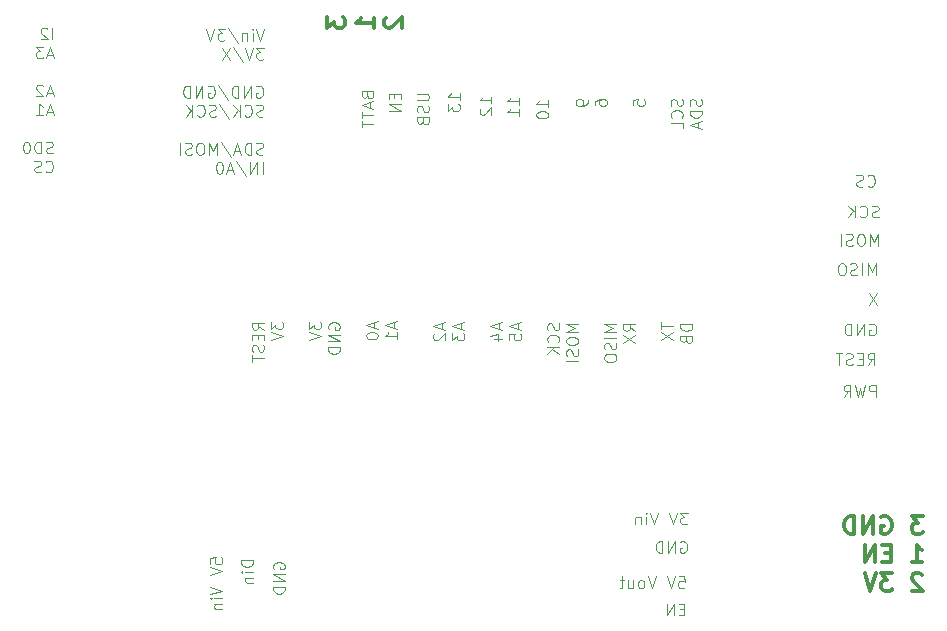
<source format=gbo>
%TF.GenerationSoftware,KiCad,Pcbnew,9.0.6*%
%TF.CreationDate,2025-11-22T22:40:18-08:00*%
%TF.ProjectId,A_Team_ECE411,415f5465-616d-45f4-9543-453431312e6b,4*%
%TF.SameCoordinates,Original*%
%TF.FileFunction,Legend,Bot*%
%TF.FilePolarity,Positive*%
%FSLAX46Y46*%
G04 Gerber Fmt 4.6, Leading zero omitted, Abs format (unit mm)*
G04 Created by KiCad (PCBNEW 9.0.6) date 2025-11-22 22:40:18*
%MOMM*%
%LPD*%
G01*
G04 APERTURE LIST*
%ADD10C,0.100000*%
%ADD11C,0.300000*%
G04 APERTURE END LIST*
D10*
X202672306Y-115420038D02*
X202767544Y-115372419D01*
X202767544Y-115372419D02*
X202910401Y-115372419D01*
X202910401Y-115372419D02*
X203053258Y-115420038D01*
X203053258Y-115420038D02*
X203148496Y-115515276D01*
X203148496Y-115515276D02*
X203196115Y-115610514D01*
X203196115Y-115610514D02*
X203243734Y-115800990D01*
X203243734Y-115800990D02*
X203243734Y-115943847D01*
X203243734Y-115943847D02*
X203196115Y-116134323D01*
X203196115Y-116134323D02*
X203148496Y-116229561D01*
X203148496Y-116229561D02*
X203053258Y-116324800D01*
X203053258Y-116324800D02*
X202910401Y-116372419D01*
X202910401Y-116372419D02*
X202815163Y-116372419D01*
X202815163Y-116372419D02*
X202672306Y-116324800D01*
X202672306Y-116324800D02*
X202624687Y-116277180D01*
X202624687Y-116277180D02*
X202624687Y-115943847D01*
X202624687Y-115943847D02*
X202815163Y-115943847D01*
X202196115Y-116372419D02*
X202196115Y-115372419D01*
X202196115Y-115372419D02*
X201624687Y-116372419D01*
X201624687Y-116372419D02*
X201624687Y-115372419D01*
X201148496Y-116372419D02*
X201148496Y-115372419D01*
X201148496Y-115372419D02*
X200910401Y-115372419D01*
X200910401Y-115372419D02*
X200767544Y-115420038D01*
X200767544Y-115420038D02*
X200672306Y-115515276D01*
X200672306Y-115515276D02*
X200624687Y-115610514D01*
X200624687Y-115610514D02*
X200577068Y-115800990D01*
X200577068Y-115800990D02*
X200577068Y-115943847D01*
X200577068Y-115943847D02*
X200624687Y-116134323D01*
X200624687Y-116134323D02*
X200672306Y-116229561D01*
X200672306Y-116229561D02*
X200767544Y-116324800D01*
X200767544Y-116324800D02*
X200910401Y-116372419D01*
X200910401Y-116372419D02*
X201148496Y-116372419D01*
X218524687Y-85277180D02*
X218572306Y-85324800D01*
X218572306Y-85324800D02*
X218715163Y-85372419D01*
X218715163Y-85372419D02*
X218810401Y-85372419D01*
X218810401Y-85372419D02*
X218953258Y-85324800D01*
X218953258Y-85324800D02*
X219048496Y-85229561D01*
X219048496Y-85229561D02*
X219096115Y-85134323D01*
X219096115Y-85134323D02*
X219143734Y-84943847D01*
X219143734Y-84943847D02*
X219143734Y-84800990D01*
X219143734Y-84800990D02*
X219096115Y-84610514D01*
X219096115Y-84610514D02*
X219048496Y-84515276D01*
X219048496Y-84515276D02*
X218953258Y-84420038D01*
X218953258Y-84420038D02*
X218810401Y-84372419D01*
X218810401Y-84372419D02*
X218715163Y-84372419D01*
X218715163Y-84372419D02*
X218572306Y-84420038D01*
X218572306Y-84420038D02*
X218524687Y-84467657D01*
X218143734Y-85324800D02*
X218000877Y-85372419D01*
X218000877Y-85372419D02*
X217762782Y-85372419D01*
X217762782Y-85372419D02*
X217667544Y-85324800D01*
X217667544Y-85324800D02*
X217619925Y-85277180D01*
X217619925Y-85277180D02*
X217572306Y-85181942D01*
X217572306Y-85181942D02*
X217572306Y-85086704D01*
X217572306Y-85086704D02*
X217619925Y-84991466D01*
X217619925Y-84991466D02*
X217667544Y-84943847D01*
X217667544Y-84943847D02*
X217762782Y-84896228D01*
X217762782Y-84896228D02*
X217953258Y-84848609D01*
X217953258Y-84848609D02*
X218048496Y-84800990D01*
X218048496Y-84800990D02*
X218096115Y-84753371D01*
X218096115Y-84753371D02*
X218143734Y-84658133D01*
X218143734Y-84658133D02*
X218143734Y-84562895D01*
X218143734Y-84562895D02*
X218096115Y-84467657D01*
X218096115Y-84467657D02*
X218048496Y-84420038D01*
X218048496Y-84420038D02*
X217953258Y-84372419D01*
X217953258Y-84372419D02*
X217715163Y-84372419D01*
X217715163Y-84372419D02*
X217572306Y-84420038D01*
X188972419Y-78427693D02*
X188972419Y-77856265D01*
X188972419Y-78141979D02*
X187972419Y-78141979D01*
X187972419Y-78141979D02*
X188115276Y-78046741D01*
X188115276Y-78046741D02*
X188210514Y-77951503D01*
X188210514Y-77951503D02*
X188258133Y-77856265D01*
X188972419Y-79380074D02*
X188972419Y-78808646D01*
X188972419Y-79094360D02*
X187972419Y-79094360D01*
X187972419Y-79094360D02*
X188115276Y-78999122D01*
X188115276Y-78999122D02*
X188210514Y-78903884D01*
X188210514Y-78903884D02*
X188258133Y-78808646D01*
X218524687Y-100472419D02*
X218858020Y-99996228D01*
X219096115Y-100472419D02*
X219096115Y-99472419D01*
X219096115Y-99472419D02*
X218715163Y-99472419D01*
X218715163Y-99472419D02*
X218619925Y-99520038D01*
X218619925Y-99520038D02*
X218572306Y-99567657D01*
X218572306Y-99567657D02*
X218524687Y-99662895D01*
X218524687Y-99662895D02*
X218524687Y-99805752D01*
X218524687Y-99805752D02*
X218572306Y-99900990D01*
X218572306Y-99900990D02*
X218619925Y-99948609D01*
X218619925Y-99948609D02*
X218715163Y-99996228D01*
X218715163Y-99996228D02*
X219096115Y-99996228D01*
X218096115Y-99948609D02*
X217762782Y-99948609D01*
X217619925Y-100472419D02*
X218096115Y-100472419D01*
X218096115Y-100472419D02*
X218096115Y-99472419D01*
X218096115Y-99472419D02*
X217619925Y-99472419D01*
X217238972Y-100424800D02*
X217096115Y-100472419D01*
X217096115Y-100472419D02*
X216858020Y-100472419D01*
X216858020Y-100472419D02*
X216762782Y-100424800D01*
X216762782Y-100424800D02*
X216715163Y-100377180D01*
X216715163Y-100377180D02*
X216667544Y-100281942D01*
X216667544Y-100281942D02*
X216667544Y-100186704D01*
X216667544Y-100186704D02*
X216715163Y-100091466D01*
X216715163Y-100091466D02*
X216762782Y-100043847D01*
X216762782Y-100043847D02*
X216858020Y-99996228D01*
X216858020Y-99996228D02*
X217048496Y-99948609D01*
X217048496Y-99948609D02*
X217143734Y-99900990D01*
X217143734Y-99900990D02*
X217191353Y-99853371D01*
X217191353Y-99853371D02*
X217238972Y-99758133D01*
X217238972Y-99758133D02*
X217238972Y-99662895D01*
X217238972Y-99662895D02*
X217191353Y-99567657D01*
X217191353Y-99567657D02*
X217143734Y-99520038D01*
X217143734Y-99520038D02*
X217048496Y-99472419D01*
X217048496Y-99472419D02*
X216810401Y-99472419D01*
X216810401Y-99472419D02*
X216667544Y-99520038D01*
X216381829Y-99472419D02*
X215810401Y-99472419D01*
X216096115Y-100472419D02*
X216096115Y-99472419D01*
X166472419Y-117003884D02*
X165472419Y-117003884D01*
X165472419Y-117003884D02*
X165472419Y-117241979D01*
X165472419Y-117241979D02*
X165520038Y-117384836D01*
X165520038Y-117384836D02*
X165615276Y-117480074D01*
X165615276Y-117480074D02*
X165710514Y-117527693D01*
X165710514Y-117527693D02*
X165900990Y-117575312D01*
X165900990Y-117575312D02*
X166043847Y-117575312D01*
X166043847Y-117575312D02*
X166234323Y-117527693D01*
X166234323Y-117527693D02*
X166329561Y-117480074D01*
X166329561Y-117480074D02*
X166424800Y-117384836D01*
X166424800Y-117384836D02*
X166472419Y-117241979D01*
X166472419Y-117241979D02*
X166472419Y-117003884D01*
X166472419Y-118003884D02*
X165805752Y-118003884D01*
X165472419Y-118003884D02*
X165520038Y-117956265D01*
X165520038Y-117956265D02*
X165567657Y-118003884D01*
X165567657Y-118003884D02*
X165520038Y-118051503D01*
X165520038Y-118051503D02*
X165472419Y-118003884D01*
X165472419Y-118003884D02*
X165567657Y-118003884D01*
X165805752Y-118480074D02*
X166472419Y-118480074D01*
X165900990Y-118480074D02*
X165853371Y-118527693D01*
X165853371Y-118527693D02*
X165805752Y-118622931D01*
X165805752Y-118622931D02*
X165805752Y-118765788D01*
X165805752Y-118765788D02*
X165853371Y-118861026D01*
X165853371Y-118861026D02*
X165948609Y-118908645D01*
X165948609Y-118908645D02*
X166472419Y-118908645D01*
X194812755Y-78051503D02*
X194812755Y-78241979D01*
X194812755Y-78241979D02*
X194765136Y-78337217D01*
X194765136Y-78337217D02*
X194717516Y-78384836D01*
X194717516Y-78384836D02*
X194574659Y-78480074D01*
X194574659Y-78480074D02*
X194384183Y-78527693D01*
X194384183Y-78527693D02*
X194003231Y-78527693D01*
X194003231Y-78527693D02*
X193907993Y-78480074D01*
X193907993Y-78480074D02*
X193860374Y-78432455D01*
X193860374Y-78432455D02*
X193812755Y-78337217D01*
X193812755Y-78337217D02*
X193812755Y-78146741D01*
X193812755Y-78146741D02*
X193860374Y-78051503D01*
X193860374Y-78051503D02*
X193907993Y-78003884D01*
X193907993Y-78003884D02*
X194003231Y-77956265D01*
X194003231Y-77956265D02*
X194241326Y-77956265D01*
X194241326Y-77956265D02*
X194336564Y-78003884D01*
X194336564Y-78003884D02*
X194384183Y-78051503D01*
X194384183Y-78051503D02*
X194431802Y-78146741D01*
X194431802Y-78146741D02*
X194431802Y-78337217D01*
X194431802Y-78337217D02*
X194384183Y-78432455D01*
X194384183Y-78432455D02*
X194336564Y-78480074D01*
X194336564Y-78480074D02*
X194241326Y-78527693D01*
X195422699Y-78432455D02*
X195422699Y-78241979D01*
X195422699Y-78241979D02*
X195470318Y-78146741D01*
X195470318Y-78146741D02*
X195517937Y-78099122D01*
X195517937Y-78099122D02*
X195660794Y-78003884D01*
X195660794Y-78003884D02*
X195851270Y-77956265D01*
X195851270Y-77956265D02*
X196232222Y-77956265D01*
X196232222Y-77956265D02*
X196327460Y-78003884D01*
X196327460Y-78003884D02*
X196375080Y-78051503D01*
X196375080Y-78051503D02*
X196422699Y-78146741D01*
X196422699Y-78146741D02*
X196422699Y-78337217D01*
X196422699Y-78337217D02*
X196375080Y-78432455D01*
X196375080Y-78432455D02*
X196327460Y-78480074D01*
X196327460Y-78480074D02*
X196232222Y-78527693D01*
X196232222Y-78527693D02*
X195994127Y-78527693D01*
X195994127Y-78527693D02*
X195898889Y-78480074D01*
X195898889Y-78480074D02*
X195851270Y-78432455D01*
X195851270Y-78432455D02*
X195803651Y-78337217D01*
X195803651Y-78337217D02*
X195803651Y-78146741D01*
X195803651Y-78146741D02*
X195851270Y-78051503D01*
X195851270Y-78051503D02*
X195898889Y-78003884D01*
X195898889Y-78003884D02*
X195994127Y-77956265D01*
X198642587Y-78480074D02*
X198642587Y-78003884D01*
X198642587Y-78003884D02*
X199118777Y-77956265D01*
X199118777Y-77956265D02*
X199071158Y-78003884D01*
X199071158Y-78003884D02*
X199023539Y-78099122D01*
X199023539Y-78099122D02*
X199023539Y-78337217D01*
X199023539Y-78337217D02*
X199071158Y-78432455D01*
X199071158Y-78432455D02*
X199118777Y-78480074D01*
X199118777Y-78480074D02*
X199214015Y-78527693D01*
X199214015Y-78527693D02*
X199452110Y-78527693D01*
X199452110Y-78527693D02*
X199547348Y-78480074D01*
X199547348Y-78480074D02*
X199594968Y-78432455D01*
X199594968Y-78432455D02*
X199642587Y-78337217D01*
X199642587Y-78337217D02*
X199642587Y-78099122D01*
X199642587Y-78099122D02*
X199594968Y-78003884D01*
X199594968Y-78003884D02*
X199547348Y-77956265D01*
X202814856Y-77956265D02*
X202862475Y-78099122D01*
X202862475Y-78099122D02*
X202862475Y-78337217D01*
X202862475Y-78337217D02*
X202814856Y-78432455D01*
X202814856Y-78432455D02*
X202767236Y-78480074D01*
X202767236Y-78480074D02*
X202671998Y-78527693D01*
X202671998Y-78527693D02*
X202576760Y-78527693D01*
X202576760Y-78527693D02*
X202481522Y-78480074D01*
X202481522Y-78480074D02*
X202433903Y-78432455D01*
X202433903Y-78432455D02*
X202386284Y-78337217D01*
X202386284Y-78337217D02*
X202338665Y-78146741D01*
X202338665Y-78146741D02*
X202291046Y-78051503D01*
X202291046Y-78051503D02*
X202243427Y-78003884D01*
X202243427Y-78003884D02*
X202148189Y-77956265D01*
X202148189Y-77956265D02*
X202052951Y-77956265D01*
X202052951Y-77956265D02*
X201957713Y-78003884D01*
X201957713Y-78003884D02*
X201910094Y-78051503D01*
X201910094Y-78051503D02*
X201862475Y-78146741D01*
X201862475Y-78146741D02*
X201862475Y-78384836D01*
X201862475Y-78384836D02*
X201910094Y-78527693D01*
X202767236Y-79527693D02*
X202814856Y-79480074D01*
X202814856Y-79480074D02*
X202862475Y-79337217D01*
X202862475Y-79337217D02*
X202862475Y-79241979D01*
X202862475Y-79241979D02*
X202814856Y-79099122D01*
X202814856Y-79099122D02*
X202719617Y-79003884D01*
X202719617Y-79003884D02*
X202624379Y-78956265D01*
X202624379Y-78956265D02*
X202433903Y-78908646D01*
X202433903Y-78908646D02*
X202291046Y-78908646D01*
X202291046Y-78908646D02*
X202100570Y-78956265D01*
X202100570Y-78956265D02*
X202005332Y-79003884D01*
X202005332Y-79003884D02*
X201910094Y-79099122D01*
X201910094Y-79099122D02*
X201862475Y-79241979D01*
X201862475Y-79241979D02*
X201862475Y-79337217D01*
X201862475Y-79337217D02*
X201910094Y-79480074D01*
X201910094Y-79480074D02*
X201957713Y-79527693D01*
X202862475Y-80432455D02*
X202862475Y-79956265D01*
X202862475Y-79956265D02*
X201862475Y-79956265D01*
X204424800Y-77956265D02*
X204472419Y-78099122D01*
X204472419Y-78099122D02*
X204472419Y-78337217D01*
X204472419Y-78337217D02*
X204424800Y-78432455D01*
X204424800Y-78432455D02*
X204377180Y-78480074D01*
X204377180Y-78480074D02*
X204281942Y-78527693D01*
X204281942Y-78527693D02*
X204186704Y-78527693D01*
X204186704Y-78527693D02*
X204091466Y-78480074D01*
X204091466Y-78480074D02*
X204043847Y-78432455D01*
X204043847Y-78432455D02*
X203996228Y-78337217D01*
X203996228Y-78337217D02*
X203948609Y-78146741D01*
X203948609Y-78146741D02*
X203900990Y-78051503D01*
X203900990Y-78051503D02*
X203853371Y-78003884D01*
X203853371Y-78003884D02*
X203758133Y-77956265D01*
X203758133Y-77956265D02*
X203662895Y-77956265D01*
X203662895Y-77956265D02*
X203567657Y-78003884D01*
X203567657Y-78003884D02*
X203520038Y-78051503D01*
X203520038Y-78051503D02*
X203472419Y-78146741D01*
X203472419Y-78146741D02*
X203472419Y-78384836D01*
X203472419Y-78384836D02*
X203520038Y-78527693D01*
X204472419Y-78956265D02*
X203472419Y-78956265D01*
X203472419Y-78956265D02*
X203472419Y-79194360D01*
X203472419Y-79194360D02*
X203520038Y-79337217D01*
X203520038Y-79337217D02*
X203615276Y-79432455D01*
X203615276Y-79432455D02*
X203710514Y-79480074D01*
X203710514Y-79480074D02*
X203900990Y-79527693D01*
X203900990Y-79527693D02*
X204043847Y-79527693D01*
X204043847Y-79527693D02*
X204234323Y-79480074D01*
X204234323Y-79480074D02*
X204329561Y-79432455D01*
X204329561Y-79432455D02*
X204424800Y-79337217D01*
X204424800Y-79337217D02*
X204472419Y-79194360D01*
X204472419Y-79194360D02*
X204472419Y-78956265D01*
X204186704Y-79908646D02*
X204186704Y-80384836D01*
X204472419Y-79813408D02*
X203472419Y-80146741D01*
X203472419Y-80146741D02*
X204472419Y-80480074D01*
X183972419Y-78027693D02*
X183972419Y-77456265D01*
X183972419Y-77741979D02*
X182972419Y-77741979D01*
X182972419Y-77741979D02*
X183115276Y-77646741D01*
X183115276Y-77646741D02*
X183210514Y-77551503D01*
X183210514Y-77551503D02*
X183258133Y-77456265D01*
X182972419Y-78361027D02*
X182972419Y-78980074D01*
X182972419Y-78980074D02*
X183353371Y-78646741D01*
X183353371Y-78646741D02*
X183353371Y-78789598D01*
X183353371Y-78789598D02*
X183400990Y-78884836D01*
X183400990Y-78884836D02*
X183448609Y-78932455D01*
X183448609Y-78932455D02*
X183543847Y-78980074D01*
X183543847Y-78980074D02*
X183781942Y-78980074D01*
X183781942Y-78980074D02*
X183877180Y-78932455D01*
X183877180Y-78932455D02*
X183924800Y-78884836D01*
X183924800Y-78884836D02*
X183972419Y-78789598D01*
X183972419Y-78789598D02*
X183972419Y-78503884D01*
X183972419Y-78503884D02*
X183924800Y-78408646D01*
X183924800Y-78408646D02*
X183877180Y-78361027D01*
D11*
X172770996Y-71011653D02*
X172770996Y-71940225D01*
X172770996Y-71940225D02*
X173342425Y-71440225D01*
X173342425Y-71440225D02*
X173342425Y-71654510D01*
X173342425Y-71654510D02*
X173413853Y-71797368D01*
X173413853Y-71797368D02*
X173485282Y-71868796D01*
X173485282Y-71868796D02*
X173628139Y-71940225D01*
X173628139Y-71940225D02*
X173985282Y-71940225D01*
X173985282Y-71940225D02*
X174128139Y-71868796D01*
X174128139Y-71868796D02*
X174199568Y-71797368D01*
X174199568Y-71797368D02*
X174270996Y-71654510D01*
X174270996Y-71654510D02*
X174270996Y-71225939D01*
X174270996Y-71225939D02*
X174199568Y-71083082D01*
X174199568Y-71083082D02*
X174128139Y-71011653D01*
X176685912Y-71940225D02*
X176685912Y-71083082D01*
X176685912Y-71511653D02*
X175185912Y-71511653D01*
X175185912Y-71511653D02*
X175400198Y-71368796D01*
X175400198Y-71368796D02*
X175543055Y-71225939D01*
X175543055Y-71225939D02*
X175614484Y-71083082D01*
X177743685Y-71083082D02*
X177672257Y-71154510D01*
X177672257Y-71154510D02*
X177600828Y-71297368D01*
X177600828Y-71297368D02*
X177600828Y-71654510D01*
X177600828Y-71654510D02*
X177672257Y-71797368D01*
X177672257Y-71797368D02*
X177743685Y-71868796D01*
X177743685Y-71868796D02*
X177886542Y-71940225D01*
X177886542Y-71940225D02*
X178029400Y-71940225D01*
X178029400Y-71940225D02*
X178243685Y-71868796D01*
X178243685Y-71868796D02*
X179100828Y-71011653D01*
X179100828Y-71011653D02*
X179100828Y-71940225D01*
D10*
X167438972Y-72002811D02*
X167105639Y-73002811D01*
X167105639Y-73002811D02*
X166772306Y-72002811D01*
X166438972Y-73002811D02*
X166438972Y-72336144D01*
X166438972Y-72002811D02*
X166486591Y-72050430D01*
X166486591Y-72050430D02*
X166438972Y-72098049D01*
X166438972Y-72098049D02*
X166391353Y-72050430D01*
X166391353Y-72050430D02*
X166438972Y-72002811D01*
X166438972Y-72002811D02*
X166438972Y-72098049D01*
X165962782Y-72336144D02*
X165962782Y-73002811D01*
X165962782Y-72431382D02*
X165915163Y-72383763D01*
X165915163Y-72383763D02*
X165819925Y-72336144D01*
X165819925Y-72336144D02*
X165677068Y-72336144D01*
X165677068Y-72336144D02*
X165581830Y-72383763D01*
X165581830Y-72383763D02*
X165534211Y-72479001D01*
X165534211Y-72479001D02*
X165534211Y-73002811D01*
X164343735Y-71955192D02*
X165200877Y-73240906D01*
X164105639Y-72002811D02*
X163486592Y-72002811D01*
X163486592Y-72002811D02*
X163819925Y-72383763D01*
X163819925Y-72383763D02*
X163677068Y-72383763D01*
X163677068Y-72383763D02*
X163581830Y-72431382D01*
X163581830Y-72431382D02*
X163534211Y-72479001D01*
X163534211Y-72479001D02*
X163486592Y-72574239D01*
X163486592Y-72574239D02*
X163486592Y-72812334D01*
X163486592Y-72812334D02*
X163534211Y-72907572D01*
X163534211Y-72907572D02*
X163581830Y-72955192D01*
X163581830Y-72955192D02*
X163677068Y-73002811D01*
X163677068Y-73002811D02*
X163962782Y-73002811D01*
X163962782Y-73002811D02*
X164058020Y-72955192D01*
X164058020Y-72955192D02*
X164105639Y-72907572D01*
X163200877Y-72002811D02*
X162867544Y-73002811D01*
X162867544Y-73002811D02*
X162534211Y-72002811D01*
X167391353Y-73612755D02*
X166772306Y-73612755D01*
X166772306Y-73612755D02*
X167105639Y-73993707D01*
X167105639Y-73993707D02*
X166962782Y-73993707D01*
X166962782Y-73993707D02*
X166867544Y-74041326D01*
X166867544Y-74041326D02*
X166819925Y-74088945D01*
X166819925Y-74088945D02*
X166772306Y-74184183D01*
X166772306Y-74184183D02*
X166772306Y-74422278D01*
X166772306Y-74422278D02*
X166819925Y-74517516D01*
X166819925Y-74517516D02*
X166867544Y-74565136D01*
X166867544Y-74565136D02*
X166962782Y-74612755D01*
X166962782Y-74612755D02*
X167248496Y-74612755D01*
X167248496Y-74612755D02*
X167343734Y-74565136D01*
X167343734Y-74565136D02*
X167391353Y-74517516D01*
X166486591Y-73612755D02*
X166153258Y-74612755D01*
X166153258Y-74612755D02*
X165819925Y-73612755D01*
X164772306Y-73565136D02*
X165629448Y-74850850D01*
X164534210Y-73612755D02*
X163867544Y-74612755D01*
X163867544Y-73612755D02*
X164534210Y-74612755D01*
X166772306Y-76880262D02*
X166867544Y-76832643D01*
X166867544Y-76832643D02*
X167010401Y-76832643D01*
X167010401Y-76832643D02*
X167153258Y-76880262D01*
X167153258Y-76880262D02*
X167248496Y-76975500D01*
X167248496Y-76975500D02*
X167296115Y-77070738D01*
X167296115Y-77070738D02*
X167343734Y-77261214D01*
X167343734Y-77261214D02*
X167343734Y-77404071D01*
X167343734Y-77404071D02*
X167296115Y-77594547D01*
X167296115Y-77594547D02*
X167248496Y-77689785D01*
X167248496Y-77689785D02*
X167153258Y-77785024D01*
X167153258Y-77785024D02*
X167010401Y-77832643D01*
X167010401Y-77832643D02*
X166915163Y-77832643D01*
X166915163Y-77832643D02*
X166772306Y-77785024D01*
X166772306Y-77785024D02*
X166724687Y-77737404D01*
X166724687Y-77737404D02*
X166724687Y-77404071D01*
X166724687Y-77404071D02*
X166915163Y-77404071D01*
X166296115Y-77832643D02*
X166296115Y-76832643D01*
X166296115Y-76832643D02*
X165724687Y-77832643D01*
X165724687Y-77832643D02*
X165724687Y-76832643D01*
X165248496Y-77832643D02*
X165248496Y-76832643D01*
X165248496Y-76832643D02*
X165010401Y-76832643D01*
X165010401Y-76832643D02*
X164867544Y-76880262D01*
X164867544Y-76880262D02*
X164772306Y-76975500D01*
X164772306Y-76975500D02*
X164724687Y-77070738D01*
X164724687Y-77070738D02*
X164677068Y-77261214D01*
X164677068Y-77261214D02*
X164677068Y-77404071D01*
X164677068Y-77404071D02*
X164724687Y-77594547D01*
X164724687Y-77594547D02*
X164772306Y-77689785D01*
X164772306Y-77689785D02*
X164867544Y-77785024D01*
X164867544Y-77785024D02*
X165010401Y-77832643D01*
X165010401Y-77832643D02*
X165248496Y-77832643D01*
X163534211Y-76785024D02*
X164391353Y-78070738D01*
X162677068Y-76880262D02*
X162772306Y-76832643D01*
X162772306Y-76832643D02*
X162915163Y-76832643D01*
X162915163Y-76832643D02*
X163058020Y-76880262D01*
X163058020Y-76880262D02*
X163153258Y-76975500D01*
X163153258Y-76975500D02*
X163200877Y-77070738D01*
X163200877Y-77070738D02*
X163248496Y-77261214D01*
X163248496Y-77261214D02*
X163248496Y-77404071D01*
X163248496Y-77404071D02*
X163200877Y-77594547D01*
X163200877Y-77594547D02*
X163153258Y-77689785D01*
X163153258Y-77689785D02*
X163058020Y-77785024D01*
X163058020Y-77785024D02*
X162915163Y-77832643D01*
X162915163Y-77832643D02*
X162819925Y-77832643D01*
X162819925Y-77832643D02*
X162677068Y-77785024D01*
X162677068Y-77785024D02*
X162629449Y-77737404D01*
X162629449Y-77737404D02*
X162629449Y-77404071D01*
X162629449Y-77404071D02*
X162819925Y-77404071D01*
X162200877Y-77832643D02*
X162200877Y-76832643D01*
X162200877Y-76832643D02*
X161629449Y-77832643D01*
X161629449Y-77832643D02*
X161629449Y-76832643D01*
X161153258Y-77832643D02*
X161153258Y-76832643D01*
X161153258Y-76832643D02*
X160915163Y-76832643D01*
X160915163Y-76832643D02*
X160772306Y-76880262D01*
X160772306Y-76880262D02*
X160677068Y-76975500D01*
X160677068Y-76975500D02*
X160629449Y-77070738D01*
X160629449Y-77070738D02*
X160581830Y-77261214D01*
X160581830Y-77261214D02*
X160581830Y-77404071D01*
X160581830Y-77404071D02*
X160629449Y-77594547D01*
X160629449Y-77594547D02*
X160677068Y-77689785D01*
X160677068Y-77689785D02*
X160772306Y-77785024D01*
X160772306Y-77785024D02*
X160915163Y-77832643D01*
X160915163Y-77832643D02*
X161153258Y-77832643D01*
X167343734Y-79394968D02*
X167200877Y-79442587D01*
X167200877Y-79442587D02*
X166962782Y-79442587D01*
X166962782Y-79442587D02*
X166867544Y-79394968D01*
X166867544Y-79394968D02*
X166819925Y-79347348D01*
X166819925Y-79347348D02*
X166772306Y-79252110D01*
X166772306Y-79252110D02*
X166772306Y-79156872D01*
X166772306Y-79156872D02*
X166819925Y-79061634D01*
X166819925Y-79061634D02*
X166867544Y-79014015D01*
X166867544Y-79014015D02*
X166962782Y-78966396D01*
X166962782Y-78966396D02*
X167153258Y-78918777D01*
X167153258Y-78918777D02*
X167248496Y-78871158D01*
X167248496Y-78871158D02*
X167296115Y-78823539D01*
X167296115Y-78823539D02*
X167343734Y-78728301D01*
X167343734Y-78728301D02*
X167343734Y-78633063D01*
X167343734Y-78633063D02*
X167296115Y-78537825D01*
X167296115Y-78537825D02*
X167248496Y-78490206D01*
X167248496Y-78490206D02*
X167153258Y-78442587D01*
X167153258Y-78442587D02*
X166915163Y-78442587D01*
X166915163Y-78442587D02*
X166772306Y-78490206D01*
X165772306Y-79347348D02*
X165819925Y-79394968D01*
X165819925Y-79394968D02*
X165962782Y-79442587D01*
X165962782Y-79442587D02*
X166058020Y-79442587D01*
X166058020Y-79442587D02*
X166200877Y-79394968D01*
X166200877Y-79394968D02*
X166296115Y-79299729D01*
X166296115Y-79299729D02*
X166343734Y-79204491D01*
X166343734Y-79204491D02*
X166391353Y-79014015D01*
X166391353Y-79014015D02*
X166391353Y-78871158D01*
X166391353Y-78871158D02*
X166343734Y-78680682D01*
X166343734Y-78680682D02*
X166296115Y-78585444D01*
X166296115Y-78585444D02*
X166200877Y-78490206D01*
X166200877Y-78490206D02*
X166058020Y-78442587D01*
X166058020Y-78442587D02*
X165962782Y-78442587D01*
X165962782Y-78442587D02*
X165819925Y-78490206D01*
X165819925Y-78490206D02*
X165772306Y-78537825D01*
X165343734Y-79442587D02*
X165343734Y-78442587D01*
X164772306Y-79442587D02*
X165200877Y-78871158D01*
X164772306Y-78442587D02*
X165343734Y-79014015D01*
X163629449Y-78394968D02*
X164486591Y-79680682D01*
X163343734Y-79394968D02*
X163200877Y-79442587D01*
X163200877Y-79442587D02*
X162962782Y-79442587D01*
X162962782Y-79442587D02*
X162867544Y-79394968D01*
X162867544Y-79394968D02*
X162819925Y-79347348D01*
X162819925Y-79347348D02*
X162772306Y-79252110D01*
X162772306Y-79252110D02*
X162772306Y-79156872D01*
X162772306Y-79156872D02*
X162819925Y-79061634D01*
X162819925Y-79061634D02*
X162867544Y-79014015D01*
X162867544Y-79014015D02*
X162962782Y-78966396D01*
X162962782Y-78966396D02*
X163153258Y-78918777D01*
X163153258Y-78918777D02*
X163248496Y-78871158D01*
X163248496Y-78871158D02*
X163296115Y-78823539D01*
X163296115Y-78823539D02*
X163343734Y-78728301D01*
X163343734Y-78728301D02*
X163343734Y-78633063D01*
X163343734Y-78633063D02*
X163296115Y-78537825D01*
X163296115Y-78537825D02*
X163248496Y-78490206D01*
X163248496Y-78490206D02*
X163153258Y-78442587D01*
X163153258Y-78442587D02*
X162915163Y-78442587D01*
X162915163Y-78442587D02*
X162772306Y-78490206D01*
X161772306Y-79347348D02*
X161819925Y-79394968D01*
X161819925Y-79394968D02*
X161962782Y-79442587D01*
X161962782Y-79442587D02*
X162058020Y-79442587D01*
X162058020Y-79442587D02*
X162200877Y-79394968D01*
X162200877Y-79394968D02*
X162296115Y-79299729D01*
X162296115Y-79299729D02*
X162343734Y-79204491D01*
X162343734Y-79204491D02*
X162391353Y-79014015D01*
X162391353Y-79014015D02*
X162391353Y-78871158D01*
X162391353Y-78871158D02*
X162343734Y-78680682D01*
X162343734Y-78680682D02*
X162296115Y-78585444D01*
X162296115Y-78585444D02*
X162200877Y-78490206D01*
X162200877Y-78490206D02*
X162058020Y-78442587D01*
X162058020Y-78442587D02*
X161962782Y-78442587D01*
X161962782Y-78442587D02*
X161819925Y-78490206D01*
X161819925Y-78490206D02*
X161772306Y-78537825D01*
X161343734Y-79442587D02*
X161343734Y-78442587D01*
X160772306Y-79442587D02*
X161200877Y-78871158D01*
X160772306Y-78442587D02*
X161343734Y-79014015D01*
X167343734Y-82614856D02*
X167200877Y-82662475D01*
X167200877Y-82662475D02*
X166962782Y-82662475D01*
X166962782Y-82662475D02*
X166867544Y-82614856D01*
X166867544Y-82614856D02*
X166819925Y-82567236D01*
X166819925Y-82567236D02*
X166772306Y-82471998D01*
X166772306Y-82471998D02*
X166772306Y-82376760D01*
X166772306Y-82376760D02*
X166819925Y-82281522D01*
X166819925Y-82281522D02*
X166867544Y-82233903D01*
X166867544Y-82233903D02*
X166962782Y-82186284D01*
X166962782Y-82186284D02*
X167153258Y-82138665D01*
X167153258Y-82138665D02*
X167248496Y-82091046D01*
X167248496Y-82091046D02*
X167296115Y-82043427D01*
X167296115Y-82043427D02*
X167343734Y-81948189D01*
X167343734Y-81948189D02*
X167343734Y-81852951D01*
X167343734Y-81852951D02*
X167296115Y-81757713D01*
X167296115Y-81757713D02*
X167248496Y-81710094D01*
X167248496Y-81710094D02*
X167153258Y-81662475D01*
X167153258Y-81662475D02*
X166915163Y-81662475D01*
X166915163Y-81662475D02*
X166772306Y-81710094D01*
X166343734Y-82662475D02*
X166343734Y-81662475D01*
X166343734Y-81662475D02*
X166105639Y-81662475D01*
X166105639Y-81662475D02*
X165962782Y-81710094D01*
X165962782Y-81710094D02*
X165867544Y-81805332D01*
X165867544Y-81805332D02*
X165819925Y-81900570D01*
X165819925Y-81900570D02*
X165772306Y-82091046D01*
X165772306Y-82091046D02*
X165772306Y-82233903D01*
X165772306Y-82233903D02*
X165819925Y-82424379D01*
X165819925Y-82424379D02*
X165867544Y-82519617D01*
X165867544Y-82519617D02*
X165962782Y-82614856D01*
X165962782Y-82614856D02*
X166105639Y-82662475D01*
X166105639Y-82662475D02*
X166343734Y-82662475D01*
X165391353Y-82376760D02*
X164915163Y-82376760D01*
X165486591Y-82662475D02*
X165153258Y-81662475D01*
X165153258Y-81662475D02*
X164819925Y-82662475D01*
X163772306Y-81614856D02*
X164629448Y-82900570D01*
X163438972Y-82662475D02*
X163438972Y-81662475D01*
X163438972Y-81662475D02*
X163105639Y-82376760D01*
X163105639Y-82376760D02*
X162772306Y-81662475D01*
X162772306Y-81662475D02*
X162772306Y-82662475D01*
X162105639Y-81662475D02*
X161915163Y-81662475D01*
X161915163Y-81662475D02*
X161819925Y-81710094D01*
X161819925Y-81710094D02*
X161724687Y-81805332D01*
X161724687Y-81805332D02*
X161677068Y-81995808D01*
X161677068Y-81995808D02*
X161677068Y-82329141D01*
X161677068Y-82329141D02*
X161724687Y-82519617D01*
X161724687Y-82519617D02*
X161819925Y-82614856D01*
X161819925Y-82614856D02*
X161915163Y-82662475D01*
X161915163Y-82662475D02*
X162105639Y-82662475D01*
X162105639Y-82662475D02*
X162200877Y-82614856D01*
X162200877Y-82614856D02*
X162296115Y-82519617D01*
X162296115Y-82519617D02*
X162343734Y-82329141D01*
X162343734Y-82329141D02*
X162343734Y-81995808D01*
X162343734Y-81995808D02*
X162296115Y-81805332D01*
X162296115Y-81805332D02*
X162200877Y-81710094D01*
X162200877Y-81710094D02*
X162105639Y-81662475D01*
X161296115Y-82614856D02*
X161153258Y-82662475D01*
X161153258Y-82662475D02*
X160915163Y-82662475D01*
X160915163Y-82662475D02*
X160819925Y-82614856D01*
X160819925Y-82614856D02*
X160772306Y-82567236D01*
X160772306Y-82567236D02*
X160724687Y-82471998D01*
X160724687Y-82471998D02*
X160724687Y-82376760D01*
X160724687Y-82376760D02*
X160772306Y-82281522D01*
X160772306Y-82281522D02*
X160819925Y-82233903D01*
X160819925Y-82233903D02*
X160915163Y-82186284D01*
X160915163Y-82186284D02*
X161105639Y-82138665D01*
X161105639Y-82138665D02*
X161200877Y-82091046D01*
X161200877Y-82091046D02*
X161248496Y-82043427D01*
X161248496Y-82043427D02*
X161296115Y-81948189D01*
X161296115Y-81948189D02*
X161296115Y-81852951D01*
X161296115Y-81852951D02*
X161248496Y-81757713D01*
X161248496Y-81757713D02*
X161200877Y-81710094D01*
X161200877Y-81710094D02*
X161105639Y-81662475D01*
X161105639Y-81662475D02*
X160867544Y-81662475D01*
X160867544Y-81662475D02*
X160724687Y-81710094D01*
X160296115Y-82662475D02*
X160296115Y-81662475D01*
X167296115Y-84272419D02*
X167296115Y-83272419D01*
X166819925Y-84272419D02*
X166819925Y-83272419D01*
X166819925Y-83272419D02*
X166248497Y-84272419D01*
X166248497Y-84272419D02*
X166248497Y-83272419D01*
X165058021Y-83224800D02*
X165915163Y-84510514D01*
X164772306Y-83986704D02*
X164296116Y-83986704D01*
X164867544Y-84272419D02*
X164534211Y-83272419D01*
X164534211Y-83272419D02*
X164200878Y-84272419D01*
X163677068Y-83272419D02*
X163581830Y-83272419D01*
X163581830Y-83272419D02*
X163486592Y-83320038D01*
X163486592Y-83320038D02*
X163438973Y-83367657D01*
X163438973Y-83367657D02*
X163391354Y-83462895D01*
X163391354Y-83462895D02*
X163343735Y-83653371D01*
X163343735Y-83653371D02*
X163343735Y-83891466D01*
X163343735Y-83891466D02*
X163391354Y-84081942D01*
X163391354Y-84081942D02*
X163438973Y-84177180D01*
X163438973Y-84177180D02*
X163486592Y-84224800D01*
X163486592Y-84224800D02*
X163581830Y-84272419D01*
X163581830Y-84272419D02*
X163677068Y-84272419D01*
X163677068Y-84272419D02*
X163772306Y-84224800D01*
X163772306Y-84224800D02*
X163819925Y-84177180D01*
X163819925Y-84177180D02*
X163867544Y-84081942D01*
X163867544Y-84081942D02*
X163915163Y-83891466D01*
X163915163Y-83891466D02*
X163915163Y-83653371D01*
X163915163Y-83653371D02*
X163867544Y-83462895D01*
X163867544Y-83462895D02*
X163819925Y-83367657D01*
X163819925Y-83367657D02*
X163772306Y-83320038D01*
X163772306Y-83320038D02*
X163677068Y-83272419D01*
X176148609Y-77637217D02*
X176196228Y-77780074D01*
X176196228Y-77780074D02*
X176243847Y-77827693D01*
X176243847Y-77827693D02*
X176339085Y-77875312D01*
X176339085Y-77875312D02*
X176481942Y-77875312D01*
X176481942Y-77875312D02*
X176577180Y-77827693D01*
X176577180Y-77827693D02*
X176624800Y-77780074D01*
X176624800Y-77780074D02*
X176672419Y-77684836D01*
X176672419Y-77684836D02*
X176672419Y-77303884D01*
X176672419Y-77303884D02*
X175672419Y-77303884D01*
X175672419Y-77303884D02*
X175672419Y-77637217D01*
X175672419Y-77637217D02*
X175720038Y-77732455D01*
X175720038Y-77732455D02*
X175767657Y-77780074D01*
X175767657Y-77780074D02*
X175862895Y-77827693D01*
X175862895Y-77827693D02*
X175958133Y-77827693D01*
X175958133Y-77827693D02*
X176053371Y-77780074D01*
X176053371Y-77780074D02*
X176100990Y-77732455D01*
X176100990Y-77732455D02*
X176148609Y-77637217D01*
X176148609Y-77637217D02*
X176148609Y-77303884D01*
X176386704Y-78256265D02*
X176386704Y-78732455D01*
X176672419Y-78161027D02*
X175672419Y-78494360D01*
X175672419Y-78494360D02*
X176672419Y-78827693D01*
X175672419Y-79018170D02*
X175672419Y-79589598D01*
X176672419Y-79303884D02*
X175672419Y-79303884D01*
X175672419Y-79780075D02*
X175672419Y-80351503D01*
X176672419Y-80065789D02*
X175672419Y-80065789D01*
X182457432Y-96956265D02*
X182457432Y-97432455D01*
X182743147Y-96861027D02*
X181743147Y-97194360D01*
X181743147Y-97194360D02*
X182743147Y-97527693D01*
X181838385Y-97813408D02*
X181790766Y-97861027D01*
X181790766Y-97861027D02*
X181743147Y-97956265D01*
X181743147Y-97956265D02*
X181743147Y-98194360D01*
X181743147Y-98194360D02*
X181790766Y-98289598D01*
X181790766Y-98289598D02*
X181838385Y-98337217D01*
X181838385Y-98337217D02*
X181933623Y-98384836D01*
X181933623Y-98384836D02*
X182028861Y-98384836D01*
X182028861Y-98384836D02*
X182171718Y-98337217D01*
X182171718Y-98337217D02*
X182743147Y-97765789D01*
X182743147Y-97765789D02*
X182743147Y-98384836D01*
X184067376Y-96956265D02*
X184067376Y-97432455D01*
X184353091Y-96861027D02*
X183353091Y-97194360D01*
X183353091Y-97194360D02*
X184353091Y-97527693D01*
X183353091Y-97765789D02*
X183353091Y-98384836D01*
X183353091Y-98384836D02*
X183734043Y-98051503D01*
X183734043Y-98051503D02*
X183734043Y-98194360D01*
X183734043Y-98194360D02*
X183781662Y-98289598D01*
X183781662Y-98289598D02*
X183829281Y-98337217D01*
X183829281Y-98337217D02*
X183924519Y-98384836D01*
X183924519Y-98384836D02*
X184162614Y-98384836D01*
X184162614Y-98384836D02*
X184257852Y-98337217D01*
X184257852Y-98337217D02*
X184305472Y-98289598D01*
X184305472Y-98289598D02*
X184353091Y-98194360D01*
X184353091Y-98194360D02*
X184353091Y-97908646D01*
X184353091Y-97908646D02*
X184305472Y-97813408D01*
X184305472Y-97813408D02*
X184257852Y-97765789D01*
X187287264Y-96956265D02*
X187287264Y-97432455D01*
X187572979Y-96861027D02*
X186572979Y-97194360D01*
X186572979Y-97194360D02*
X187572979Y-97527693D01*
X186906312Y-98289598D02*
X187572979Y-98289598D01*
X186525360Y-98051503D02*
X187239645Y-97813408D01*
X187239645Y-97813408D02*
X187239645Y-98432455D01*
X188897208Y-96956265D02*
X188897208Y-97432455D01*
X189182923Y-96861027D02*
X188182923Y-97194360D01*
X188182923Y-97194360D02*
X189182923Y-97527693D01*
X188182923Y-98337217D02*
X188182923Y-97861027D01*
X188182923Y-97861027D02*
X188659113Y-97813408D01*
X188659113Y-97813408D02*
X188611494Y-97861027D01*
X188611494Y-97861027D02*
X188563875Y-97956265D01*
X188563875Y-97956265D02*
X188563875Y-98194360D01*
X188563875Y-98194360D02*
X188611494Y-98289598D01*
X188611494Y-98289598D02*
X188659113Y-98337217D01*
X188659113Y-98337217D02*
X188754351Y-98384836D01*
X188754351Y-98384836D02*
X188992446Y-98384836D01*
X188992446Y-98384836D02*
X189087684Y-98337217D01*
X189087684Y-98337217D02*
X189135304Y-98289598D01*
X189135304Y-98289598D02*
X189182923Y-98194360D01*
X189182923Y-98194360D02*
X189182923Y-97956265D01*
X189182923Y-97956265D02*
X189135304Y-97861027D01*
X189135304Y-97861027D02*
X189087684Y-97813408D01*
X192355192Y-96956265D02*
X192402811Y-97099122D01*
X192402811Y-97099122D02*
X192402811Y-97337217D01*
X192402811Y-97337217D02*
X192355192Y-97432455D01*
X192355192Y-97432455D02*
X192307572Y-97480074D01*
X192307572Y-97480074D02*
X192212334Y-97527693D01*
X192212334Y-97527693D02*
X192117096Y-97527693D01*
X192117096Y-97527693D02*
X192021858Y-97480074D01*
X192021858Y-97480074D02*
X191974239Y-97432455D01*
X191974239Y-97432455D02*
X191926620Y-97337217D01*
X191926620Y-97337217D02*
X191879001Y-97146741D01*
X191879001Y-97146741D02*
X191831382Y-97051503D01*
X191831382Y-97051503D02*
X191783763Y-97003884D01*
X191783763Y-97003884D02*
X191688525Y-96956265D01*
X191688525Y-96956265D02*
X191593287Y-96956265D01*
X191593287Y-96956265D02*
X191498049Y-97003884D01*
X191498049Y-97003884D02*
X191450430Y-97051503D01*
X191450430Y-97051503D02*
X191402811Y-97146741D01*
X191402811Y-97146741D02*
X191402811Y-97384836D01*
X191402811Y-97384836D02*
X191450430Y-97527693D01*
X192307572Y-98527693D02*
X192355192Y-98480074D01*
X192355192Y-98480074D02*
X192402811Y-98337217D01*
X192402811Y-98337217D02*
X192402811Y-98241979D01*
X192402811Y-98241979D02*
X192355192Y-98099122D01*
X192355192Y-98099122D02*
X192259953Y-98003884D01*
X192259953Y-98003884D02*
X192164715Y-97956265D01*
X192164715Y-97956265D02*
X191974239Y-97908646D01*
X191974239Y-97908646D02*
X191831382Y-97908646D01*
X191831382Y-97908646D02*
X191640906Y-97956265D01*
X191640906Y-97956265D02*
X191545668Y-98003884D01*
X191545668Y-98003884D02*
X191450430Y-98099122D01*
X191450430Y-98099122D02*
X191402811Y-98241979D01*
X191402811Y-98241979D02*
X191402811Y-98337217D01*
X191402811Y-98337217D02*
X191450430Y-98480074D01*
X191450430Y-98480074D02*
X191498049Y-98527693D01*
X192402811Y-98956265D02*
X191402811Y-98956265D01*
X192402811Y-99527693D02*
X191831382Y-99099122D01*
X191402811Y-99527693D02*
X191974239Y-98956265D01*
X194012755Y-97003884D02*
X193012755Y-97003884D01*
X193012755Y-97003884D02*
X193727040Y-97337217D01*
X193727040Y-97337217D02*
X193012755Y-97670550D01*
X193012755Y-97670550D02*
X194012755Y-97670550D01*
X193012755Y-98337217D02*
X193012755Y-98527693D01*
X193012755Y-98527693D02*
X193060374Y-98622931D01*
X193060374Y-98622931D02*
X193155612Y-98718169D01*
X193155612Y-98718169D02*
X193346088Y-98765788D01*
X193346088Y-98765788D02*
X193679421Y-98765788D01*
X193679421Y-98765788D02*
X193869897Y-98718169D01*
X193869897Y-98718169D02*
X193965136Y-98622931D01*
X193965136Y-98622931D02*
X194012755Y-98527693D01*
X194012755Y-98527693D02*
X194012755Y-98337217D01*
X194012755Y-98337217D02*
X193965136Y-98241979D01*
X193965136Y-98241979D02*
X193869897Y-98146741D01*
X193869897Y-98146741D02*
X193679421Y-98099122D01*
X193679421Y-98099122D02*
X193346088Y-98099122D01*
X193346088Y-98099122D02*
X193155612Y-98146741D01*
X193155612Y-98146741D02*
X193060374Y-98241979D01*
X193060374Y-98241979D02*
X193012755Y-98337217D01*
X193965136Y-99146741D02*
X194012755Y-99289598D01*
X194012755Y-99289598D02*
X194012755Y-99527693D01*
X194012755Y-99527693D02*
X193965136Y-99622931D01*
X193965136Y-99622931D02*
X193917516Y-99670550D01*
X193917516Y-99670550D02*
X193822278Y-99718169D01*
X193822278Y-99718169D02*
X193727040Y-99718169D01*
X193727040Y-99718169D02*
X193631802Y-99670550D01*
X193631802Y-99670550D02*
X193584183Y-99622931D01*
X193584183Y-99622931D02*
X193536564Y-99527693D01*
X193536564Y-99527693D02*
X193488945Y-99337217D01*
X193488945Y-99337217D02*
X193441326Y-99241979D01*
X193441326Y-99241979D02*
X193393707Y-99194360D01*
X193393707Y-99194360D02*
X193298469Y-99146741D01*
X193298469Y-99146741D02*
X193203231Y-99146741D01*
X193203231Y-99146741D02*
X193107993Y-99194360D01*
X193107993Y-99194360D02*
X193060374Y-99241979D01*
X193060374Y-99241979D02*
X193012755Y-99337217D01*
X193012755Y-99337217D02*
X193012755Y-99575312D01*
X193012755Y-99575312D02*
X193060374Y-99718169D01*
X194012755Y-100146741D02*
X193012755Y-100146741D01*
X197232643Y-97003884D02*
X196232643Y-97003884D01*
X196232643Y-97003884D02*
X196946928Y-97337217D01*
X196946928Y-97337217D02*
X196232643Y-97670550D01*
X196232643Y-97670550D02*
X197232643Y-97670550D01*
X197232643Y-98146741D02*
X196232643Y-98146741D01*
X197185024Y-98575312D02*
X197232643Y-98718169D01*
X197232643Y-98718169D02*
X197232643Y-98956264D01*
X197232643Y-98956264D02*
X197185024Y-99051502D01*
X197185024Y-99051502D02*
X197137404Y-99099121D01*
X197137404Y-99099121D02*
X197042166Y-99146740D01*
X197042166Y-99146740D02*
X196946928Y-99146740D01*
X196946928Y-99146740D02*
X196851690Y-99099121D01*
X196851690Y-99099121D02*
X196804071Y-99051502D01*
X196804071Y-99051502D02*
X196756452Y-98956264D01*
X196756452Y-98956264D02*
X196708833Y-98765788D01*
X196708833Y-98765788D02*
X196661214Y-98670550D01*
X196661214Y-98670550D02*
X196613595Y-98622931D01*
X196613595Y-98622931D02*
X196518357Y-98575312D01*
X196518357Y-98575312D02*
X196423119Y-98575312D01*
X196423119Y-98575312D02*
X196327881Y-98622931D01*
X196327881Y-98622931D02*
X196280262Y-98670550D01*
X196280262Y-98670550D02*
X196232643Y-98765788D01*
X196232643Y-98765788D02*
X196232643Y-99003883D01*
X196232643Y-99003883D02*
X196280262Y-99146740D01*
X196232643Y-99765788D02*
X196232643Y-99956264D01*
X196232643Y-99956264D02*
X196280262Y-100051502D01*
X196280262Y-100051502D02*
X196375500Y-100146740D01*
X196375500Y-100146740D02*
X196565976Y-100194359D01*
X196565976Y-100194359D02*
X196899309Y-100194359D01*
X196899309Y-100194359D02*
X197089785Y-100146740D01*
X197089785Y-100146740D02*
X197185024Y-100051502D01*
X197185024Y-100051502D02*
X197232643Y-99956264D01*
X197232643Y-99956264D02*
X197232643Y-99765788D01*
X197232643Y-99765788D02*
X197185024Y-99670550D01*
X197185024Y-99670550D02*
X197089785Y-99575312D01*
X197089785Y-99575312D02*
X196899309Y-99527693D01*
X196899309Y-99527693D02*
X196565976Y-99527693D01*
X196565976Y-99527693D02*
X196375500Y-99575312D01*
X196375500Y-99575312D02*
X196280262Y-99670550D01*
X196280262Y-99670550D02*
X196232643Y-99765788D01*
X198842587Y-97575312D02*
X198366396Y-97241979D01*
X198842587Y-97003884D02*
X197842587Y-97003884D01*
X197842587Y-97003884D02*
X197842587Y-97384836D01*
X197842587Y-97384836D02*
X197890206Y-97480074D01*
X197890206Y-97480074D02*
X197937825Y-97527693D01*
X197937825Y-97527693D02*
X198033063Y-97575312D01*
X198033063Y-97575312D02*
X198175920Y-97575312D01*
X198175920Y-97575312D02*
X198271158Y-97527693D01*
X198271158Y-97527693D02*
X198318777Y-97480074D01*
X198318777Y-97480074D02*
X198366396Y-97384836D01*
X198366396Y-97384836D02*
X198366396Y-97003884D01*
X197842587Y-97908646D02*
X198842587Y-98575312D01*
X197842587Y-98575312D02*
X198842587Y-97908646D01*
X201062475Y-96861027D02*
X201062475Y-97432455D01*
X202062475Y-97146741D02*
X201062475Y-97146741D01*
X201062475Y-97670551D02*
X202062475Y-98337217D01*
X201062475Y-98337217D02*
X202062475Y-97670551D01*
X203672419Y-97003884D02*
X202672419Y-97003884D01*
X202672419Y-97003884D02*
X202672419Y-97241979D01*
X202672419Y-97241979D02*
X202720038Y-97384836D01*
X202720038Y-97384836D02*
X202815276Y-97480074D01*
X202815276Y-97480074D02*
X202910514Y-97527693D01*
X202910514Y-97527693D02*
X203100990Y-97575312D01*
X203100990Y-97575312D02*
X203243847Y-97575312D01*
X203243847Y-97575312D02*
X203434323Y-97527693D01*
X203434323Y-97527693D02*
X203529561Y-97480074D01*
X203529561Y-97480074D02*
X203624800Y-97384836D01*
X203624800Y-97384836D02*
X203672419Y-97241979D01*
X203672419Y-97241979D02*
X203672419Y-97003884D01*
X203148609Y-98337217D02*
X203196228Y-98480074D01*
X203196228Y-98480074D02*
X203243847Y-98527693D01*
X203243847Y-98527693D02*
X203339085Y-98575312D01*
X203339085Y-98575312D02*
X203481942Y-98575312D01*
X203481942Y-98575312D02*
X203577180Y-98527693D01*
X203577180Y-98527693D02*
X203624800Y-98480074D01*
X203624800Y-98480074D02*
X203672419Y-98384836D01*
X203672419Y-98384836D02*
X203672419Y-98003884D01*
X203672419Y-98003884D02*
X202672419Y-98003884D01*
X202672419Y-98003884D02*
X202672419Y-98337217D01*
X202672419Y-98337217D02*
X202720038Y-98432455D01*
X202720038Y-98432455D02*
X202767657Y-98480074D01*
X202767657Y-98480074D02*
X202862895Y-98527693D01*
X202862895Y-98527693D02*
X202958133Y-98527693D01*
X202958133Y-98527693D02*
X203053371Y-98480074D01*
X203053371Y-98480074D02*
X203100990Y-98432455D01*
X203100990Y-98432455D02*
X203148609Y-98337217D01*
X203148609Y-98337217D02*
X203148609Y-98003884D01*
X149496115Y-72902811D02*
X149496115Y-71902811D01*
X149067544Y-71998049D02*
X149019925Y-71950430D01*
X149019925Y-71950430D02*
X148924687Y-71902811D01*
X148924687Y-71902811D02*
X148686592Y-71902811D01*
X148686592Y-71902811D02*
X148591354Y-71950430D01*
X148591354Y-71950430D02*
X148543735Y-71998049D01*
X148543735Y-71998049D02*
X148496116Y-72093287D01*
X148496116Y-72093287D02*
X148496116Y-72188525D01*
X148496116Y-72188525D02*
X148543735Y-72331382D01*
X148543735Y-72331382D02*
X149115163Y-72902811D01*
X149115163Y-72902811D02*
X148496116Y-72902811D01*
X149543734Y-74227040D02*
X149067544Y-74227040D01*
X149638972Y-74512755D02*
X149305639Y-73512755D01*
X149305639Y-73512755D02*
X148972306Y-74512755D01*
X148734210Y-73512755D02*
X148115163Y-73512755D01*
X148115163Y-73512755D02*
X148448496Y-73893707D01*
X148448496Y-73893707D02*
X148305639Y-73893707D01*
X148305639Y-73893707D02*
X148210401Y-73941326D01*
X148210401Y-73941326D02*
X148162782Y-73988945D01*
X148162782Y-73988945D02*
X148115163Y-74084183D01*
X148115163Y-74084183D02*
X148115163Y-74322278D01*
X148115163Y-74322278D02*
X148162782Y-74417516D01*
X148162782Y-74417516D02*
X148210401Y-74465136D01*
X148210401Y-74465136D02*
X148305639Y-74512755D01*
X148305639Y-74512755D02*
X148591353Y-74512755D01*
X148591353Y-74512755D02*
X148686591Y-74465136D01*
X148686591Y-74465136D02*
X148734210Y-74417516D01*
X149543734Y-77446928D02*
X149067544Y-77446928D01*
X149638972Y-77732643D02*
X149305639Y-76732643D01*
X149305639Y-76732643D02*
X148972306Y-77732643D01*
X148686591Y-76827881D02*
X148638972Y-76780262D01*
X148638972Y-76780262D02*
X148543734Y-76732643D01*
X148543734Y-76732643D02*
X148305639Y-76732643D01*
X148305639Y-76732643D02*
X148210401Y-76780262D01*
X148210401Y-76780262D02*
X148162782Y-76827881D01*
X148162782Y-76827881D02*
X148115163Y-76923119D01*
X148115163Y-76923119D02*
X148115163Y-77018357D01*
X148115163Y-77018357D02*
X148162782Y-77161214D01*
X148162782Y-77161214D02*
X148734210Y-77732643D01*
X148734210Y-77732643D02*
X148115163Y-77732643D01*
X149543734Y-79056872D02*
X149067544Y-79056872D01*
X149638972Y-79342587D02*
X149305639Y-78342587D01*
X149305639Y-78342587D02*
X148972306Y-79342587D01*
X148115163Y-79342587D02*
X148686591Y-79342587D01*
X148400877Y-79342587D02*
X148400877Y-78342587D01*
X148400877Y-78342587D02*
X148496115Y-78485444D01*
X148496115Y-78485444D02*
X148591353Y-78580682D01*
X148591353Y-78580682D02*
X148686591Y-78628301D01*
X149543734Y-82514856D02*
X149400877Y-82562475D01*
X149400877Y-82562475D02*
X149162782Y-82562475D01*
X149162782Y-82562475D02*
X149067544Y-82514856D01*
X149067544Y-82514856D02*
X149019925Y-82467236D01*
X149019925Y-82467236D02*
X148972306Y-82371998D01*
X148972306Y-82371998D02*
X148972306Y-82276760D01*
X148972306Y-82276760D02*
X149019925Y-82181522D01*
X149019925Y-82181522D02*
X149067544Y-82133903D01*
X149067544Y-82133903D02*
X149162782Y-82086284D01*
X149162782Y-82086284D02*
X149353258Y-82038665D01*
X149353258Y-82038665D02*
X149448496Y-81991046D01*
X149448496Y-81991046D02*
X149496115Y-81943427D01*
X149496115Y-81943427D02*
X149543734Y-81848189D01*
X149543734Y-81848189D02*
X149543734Y-81752951D01*
X149543734Y-81752951D02*
X149496115Y-81657713D01*
X149496115Y-81657713D02*
X149448496Y-81610094D01*
X149448496Y-81610094D02*
X149353258Y-81562475D01*
X149353258Y-81562475D02*
X149115163Y-81562475D01*
X149115163Y-81562475D02*
X148972306Y-81610094D01*
X148543734Y-82562475D02*
X148543734Y-81562475D01*
X148543734Y-81562475D02*
X148305639Y-81562475D01*
X148305639Y-81562475D02*
X148162782Y-81610094D01*
X148162782Y-81610094D02*
X148067544Y-81705332D01*
X148067544Y-81705332D02*
X148019925Y-81800570D01*
X148019925Y-81800570D02*
X147972306Y-81991046D01*
X147972306Y-81991046D02*
X147972306Y-82133903D01*
X147972306Y-82133903D02*
X148019925Y-82324379D01*
X148019925Y-82324379D02*
X148067544Y-82419617D01*
X148067544Y-82419617D02*
X148162782Y-82514856D01*
X148162782Y-82514856D02*
X148305639Y-82562475D01*
X148305639Y-82562475D02*
X148543734Y-82562475D01*
X147353258Y-81562475D02*
X147258020Y-81562475D01*
X147258020Y-81562475D02*
X147162782Y-81610094D01*
X147162782Y-81610094D02*
X147115163Y-81657713D01*
X147115163Y-81657713D02*
X147067544Y-81752951D01*
X147067544Y-81752951D02*
X147019925Y-81943427D01*
X147019925Y-81943427D02*
X147019925Y-82181522D01*
X147019925Y-82181522D02*
X147067544Y-82371998D01*
X147067544Y-82371998D02*
X147115163Y-82467236D01*
X147115163Y-82467236D02*
X147162782Y-82514856D01*
X147162782Y-82514856D02*
X147258020Y-82562475D01*
X147258020Y-82562475D02*
X147353258Y-82562475D01*
X147353258Y-82562475D02*
X147448496Y-82514856D01*
X147448496Y-82514856D02*
X147496115Y-82467236D01*
X147496115Y-82467236D02*
X147543734Y-82371998D01*
X147543734Y-82371998D02*
X147591353Y-82181522D01*
X147591353Y-82181522D02*
X147591353Y-81943427D01*
X147591353Y-81943427D02*
X147543734Y-81752951D01*
X147543734Y-81752951D02*
X147496115Y-81657713D01*
X147496115Y-81657713D02*
X147448496Y-81610094D01*
X147448496Y-81610094D02*
X147353258Y-81562475D01*
X148924687Y-84077180D02*
X148972306Y-84124800D01*
X148972306Y-84124800D02*
X149115163Y-84172419D01*
X149115163Y-84172419D02*
X149210401Y-84172419D01*
X149210401Y-84172419D02*
X149353258Y-84124800D01*
X149353258Y-84124800D02*
X149448496Y-84029561D01*
X149448496Y-84029561D02*
X149496115Y-83934323D01*
X149496115Y-83934323D02*
X149543734Y-83743847D01*
X149543734Y-83743847D02*
X149543734Y-83600990D01*
X149543734Y-83600990D02*
X149496115Y-83410514D01*
X149496115Y-83410514D02*
X149448496Y-83315276D01*
X149448496Y-83315276D02*
X149353258Y-83220038D01*
X149353258Y-83220038D02*
X149210401Y-83172419D01*
X149210401Y-83172419D02*
X149115163Y-83172419D01*
X149115163Y-83172419D02*
X148972306Y-83220038D01*
X148972306Y-83220038D02*
X148924687Y-83267657D01*
X148543734Y-84124800D02*
X148400877Y-84172419D01*
X148400877Y-84172419D02*
X148162782Y-84172419D01*
X148162782Y-84172419D02*
X148067544Y-84124800D01*
X148067544Y-84124800D02*
X148019925Y-84077180D01*
X148019925Y-84077180D02*
X147972306Y-83981942D01*
X147972306Y-83981942D02*
X147972306Y-83886704D01*
X147972306Y-83886704D02*
X148019925Y-83791466D01*
X148019925Y-83791466D02*
X148067544Y-83743847D01*
X148067544Y-83743847D02*
X148162782Y-83696228D01*
X148162782Y-83696228D02*
X148353258Y-83648609D01*
X148353258Y-83648609D02*
X148448496Y-83600990D01*
X148448496Y-83600990D02*
X148496115Y-83553371D01*
X148496115Y-83553371D02*
X148543734Y-83458133D01*
X148543734Y-83458133D02*
X148543734Y-83362895D01*
X148543734Y-83362895D02*
X148496115Y-83267657D01*
X148496115Y-83267657D02*
X148448496Y-83220038D01*
X148448496Y-83220038D02*
X148353258Y-83172419D01*
X148353258Y-83172419D02*
X148115163Y-83172419D01*
X148115163Y-83172419D02*
X147972306Y-83220038D01*
X180372419Y-77503884D02*
X181181942Y-77503884D01*
X181181942Y-77503884D02*
X181277180Y-77551503D01*
X181277180Y-77551503D02*
X181324800Y-77599122D01*
X181324800Y-77599122D02*
X181372419Y-77694360D01*
X181372419Y-77694360D02*
X181372419Y-77884836D01*
X181372419Y-77884836D02*
X181324800Y-77980074D01*
X181324800Y-77980074D02*
X181277180Y-78027693D01*
X181277180Y-78027693D02*
X181181942Y-78075312D01*
X181181942Y-78075312D02*
X180372419Y-78075312D01*
X181324800Y-78503884D02*
X181372419Y-78646741D01*
X181372419Y-78646741D02*
X181372419Y-78884836D01*
X181372419Y-78884836D02*
X181324800Y-78980074D01*
X181324800Y-78980074D02*
X181277180Y-79027693D01*
X181277180Y-79027693D02*
X181181942Y-79075312D01*
X181181942Y-79075312D02*
X181086704Y-79075312D01*
X181086704Y-79075312D02*
X180991466Y-79027693D01*
X180991466Y-79027693D02*
X180943847Y-78980074D01*
X180943847Y-78980074D02*
X180896228Y-78884836D01*
X180896228Y-78884836D02*
X180848609Y-78694360D01*
X180848609Y-78694360D02*
X180800990Y-78599122D01*
X180800990Y-78599122D02*
X180753371Y-78551503D01*
X180753371Y-78551503D02*
X180658133Y-78503884D01*
X180658133Y-78503884D02*
X180562895Y-78503884D01*
X180562895Y-78503884D02*
X180467657Y-78551503D01*
X180467657Y-78551503D02*
X180420038Y-78599122D01*
X180420038Y-78599122D02*
X180372419Y-78694360D01*
X180372419Y-78694360D02*
X180372419Y-78932455D01*
X180372419Y-78932455D02*
X180420038Y-79075312D01*
X180848609Y-79837217D02*
X180896228Y-79980074D01*
X180896228Y-79980074D02*
X180943847Y-80027693D01*
X180943847Y-80027693D02*
X181039085Y-80075312D01*
X181039085Y-80075312D02*
X181181942Y-80075312D01*
X181181942Y-80075312D02*
X181277180Y-80027693D01*
X181277180Y-80027693D02*
X181324800Y-79980074D01*
X181324800Y-79980074D02*
X181372419Y-79884836D01*
X181372419Y-79884836D02*
X181372419Y-79503884D01*
X181372419Y-79503884D02*
X180372419Y-79503884D01*
X180372419Y-79503884D02*
X180372419Y-79837217D01*
X180372419Y-79837217D02*
X180420038Y-79932455D01*
X180420038Y-79932455D02*
X180467657Y-79980074D01*
X180467657Y-79980074D02*
X180562895Y-80027693D01*
X180562895Y-80027693D02*
X180658133Y-80027693D01*
X180658133Y-80027693D02*
X180753371Y-79980074D01*
X180753371Y-79980074D02*
X180800990Y-79932455D01*
X180800990Y-79932455D02*
X180848609Y-79837217D01*
X180848609Y-79837217D02*
X180848609Y-79503884D01*
X168220038Y-117727693D02*
X168172419Y-117632455D01*
X168172419Y-117632455D02*
X168172419Y-117489598D01*
X168172419Y-117489598D02*
X168220038Y-117346741D01*
X168220038Y-117346741D02*
X168315276Y-117251503D01*
X168315276Y-117251503D02*
X168410514Y-117203884D01*
X168410514Y-117203884D02*
X168600990Y-117156265D01*
X168600990Y-117156265D02*
X168743847Y-117156265D01*
X168743847Y-117156265D02*
X168934323Y-117203884D01*
X168934323Y-117203884D02*
X169029561Y-117251503D01*
X169029561Y-117251503D02*
X169124800Y-117346741D01*
X169124800Y-117346741D02*
X169172419Y-117489598D01*
X169172419Y-117489598D02*
X169172419Y-117584836D01*
X169172419Y-117584836D02*
X169124800Y-117727693D01*
X169124800Y-117727693D02*
X169077180Y-117775312D01*
X169077180Y-117775312D02*
X168743847Y-117775312D01*
X168743847Y-117775312D02*
X168743847Y-117584836D01*
X169172419Y-118203884D02*
X168172419Y-118203884D01*
X168172419Y-118203884D02*
X169172419Y-118775312D01*
X169172419Y-118775312D02*
X168172419Y-118775312D01*
X169172419Y-119251503D02*
X168172419Y-119251503D01*
X168172419Y-119251503D02*
X168172419Y-119489598D01*
X168172419Y-119489598D02*
X168220038Y-119632455D01*
X168220038Y-119632455D02*
X168315276Y-119727693D01*
X168315276Y-119727693D02*
X168410514Y-119775312D01*
X168410514Y-119775312D02*
X168600990Y-119822931D01*
X168600990Y-119822931D02*
X168743847Y-119822931D01*
X168743847Y-119822931D02*
X168934323Y-119775312D01*
X168934323Y-119775312D02*
X169029561Y-119727693D01*
X169029561Y-119727693D02*
X169124800Y-119632455D01*
X169124800Y-119632455D02*
X169172419Y-119489598D01*
X169172419Y-119489598D02*
X169172419Y-119251503D01*
X219443734Y-87924800D02*
X219300877Y-87972419D01*
X219300877Y-87972419D02*
X219062782Y-87972419D01*
X219062782Y-87972419D02*
X218967544Y-87924800D01*
X218967544Y-87924800D02*
X218919925Y-87877180D01*
X218919925Y-87877180D02*
X218872306Y-87781942D01*
X218872306Y-87781942D02*
X218872306Y-87686704D01*
X218872306Y-87686704D02*
X218919925Y-87591466D01*
X218919925Y-87591466D02*
X218967544Y-87543847D01*
X218967544Y-87543847D02*
X219062782Y-87496228D01*
X219062782Y-87496228D02*
X219253258Y-87448609D01*
X219253258Y-87448609D02*
X219348496Y-87400990D01*
X219348496Y-87400990D02*
X219396115Y-87353371D01*
X219396115Y-87353371D02*
X219443734Y-87258133D01*
X219443734Y-87258133D02*
X219443734Y-87162895D01*
X219443734Y-87162895D02*
X219396115Y-87067657D01*
X219396115Y-87067657D02*
X219348496Y-87020038D01*
X219348496Y-87020038D02*
X219253258Y-86972419D01*
X219253258Y-86972419D02*
X219015163Y-86972419D01*
X219015163Y-86972419D02*
X218872306Y-87020038D01*
X217872306Y-87877180D02*
X217919925Y-87924800D01*
X217919925Y-87924800D02*
X218062782Y-87972419D01*
X218062782Y-87972419D02*
X218158020Y-87972419D01*
X218158020Y-87972419D02*
X218300877Y-87924800D01*
X218300877Y-87924800D02*
X218396115Y-87829561D01*
X218396115Y-87829561D02*
X218443734Y-87734323D01*
X218443734Y-87734323D02*
X218491353Y-87543847D01*
X218491353Y-87543847D02*
X218491353Y-87400990D01*
X218491353Y-87400990D02*
X218443734Y-87210514D01*
X218443734Y-87210514D02*
X218396115Y-87115276D01*
X218396115Y-87115276D02*
X218300877Y-87020038D01*
X218300877Y-87020038D02*
X218158020Y-86972419D01*
X218158020Y-86972419D02*
X218062782Y-86972419D01*
X218062782Y-86972419D02*
X217919925Y-87020038D01*
X217919925Y-87020038D02*
X217872306Y-87067657D01*
X217443734Y-87972419D02*
X217443734Y-86972419D01*
X216872306Y-87972419D02*
X217300877Y-87400990D01*
X216872306Y-86972419D02*
X217443734Y-87543847D01*
X202996115Y-121148609D02*
X202662782Y-121148609D01*
X202519925Y-121672419D02*
X202996115Y-121672419D01*
X202996115Y-121672419D02*
X202996115Y-120672419D01*
X202996115Y-120672419D02*
X202519925Y-120672419D01*
X202091353Y-121672419D02*
X202091353Y-120672419D01*
X202091353Y-120672419D02*
X201519925Y-121672419D01*
X201519925Y-121672419D02*
X201519925Y-120672419D01*
X202519925Y-118372419D02*
X202996115Y-118372419D01*
X202996115Y-118372419D02*
X203043734Y-118848609D01*
X203043734Y-118848609D02*
X202996115Y-118800990D01*
X202996115Y-118800990D02*
X202900877Y-118753371D01*
X202900877Y-118753371D02*
X202662782Y-118753371D01*
X202662782Y-118753371D02*
X202567544Y-118800990D01*
X202567544Y-118800990D02*
X202519925Y-118848609D01*
X202519925Y-118848609D02*
X202472306Y-118943847D01*
X202472306Y-118943847D02*
X202472306Y-119181942D01*
X202472306Y-119181942D02*
X202519925Y-119277180D01*
X202519925Y-119277180D02*
X202567544Y-119324800D01*
X202567544Y-119324800D02*
X202662782Y-119372419D01*
X202662782Y-119372419D02*
X202900877Y-119372419D01*
X202900877Y-119372419D02*
X202996115Y-119324800D01*
X202996115Y-119324800D02*
X203043734Y-119277180D01*
X202186591Y-118372419D02*
X201853258Y-119372419D01*
X201853258Y-119372419D02*
X201519925Y-118372419D01*
X200567543Y-118372419D02*
X200234210Y-119372419D01*
X200234210Y-119372419D02*
X199900877Y-118372419D01*
X199424686Y-119372419D02*
X199519924Y-119324800D01*
X199519924Y-119324800D02*
X199567543Y-119277180D01*
X199567543Y-119277180D02*
X199615162Y-119181942D01*
X199615162Y-119181942D02*
X199615162Y-118896228D01*
X199615162Y-118896228D02*
X199567543Y-118800990D01*
X199567543Y-118800990D02*
X199519924Y-118753371D01*
X199519924Y-118753371D02*
X199424686Y-118705752D01*
X199424686Y-118705752D02*
X199281829Y-118705752D01*
X199281829Y-118705752D02*
X199186591Y-118753371D01*
X199186591Y-118753371D02*
X199138972Y-118800990D01*
X199138972Y-118800990D02*
X199091353Y-118896228D01*
X199091353Y-118896228D02*
X199091353Y-119181942D01*
X199091353Y-119181942D02*
X199138972Y-119277180D01*
X199138972Y-119277180D02*
X199186591Y-119324800D01*
X199186591Y-119324800D02*
X199281829Y-119372419D01*
X199281829Y-119372419D02*
X199424686Y-119372419D01*
X198234210Y-118705752D02*
X198234210Y-119372419D01*
X198662781Y-118705752D02*
X198662781Y-119229561D01*
X198662781Y-119229561D02*
X198615162Y-119324800D01*
X198615162Y-119324800D02*
X198519924Y-119372419D01*
X198519924Y-119372419D02*
X198377067Y-119372419D01*
X198377067Y-119372419D02*
X198281829Y-119324800D01*
X198281829Y-119324800D02*
X198234210Y-119277180D01*
X197900876Y-118705752D02*
X197519924Y-118705752D01*
X197758019Y-118372419D02*
X197758019Y-119229561D01*
X197758019Y-119229561D02*
X197710400Y-119324800D01*
X197710400Y-119324800D02*
X197615162Y-119372419D01*
X197615162Y-119372419D02*
X197519924Y-119372419D01*
X203291353Y-112972419D02*
X202672306Y-112972419D01*
X202672306Y-112972419D02*
X203005639Y-113353371D01*
X203005639Y-113353371D02*
X202862782Y-113353371D01*
X202862782Y-113353371D02*
X202767544Y-113400990D01*
X202767544Y-113400990D02*
X202719925Y-113448609D01*
X202719925Y-113448609D02*
X202672306Y-113543847D01*
X202672306Y-113543847D02*
X202672306Y-113781942D01*
X202672306Y-113781942D02*
X202719925Y-113877180D01*
X202719925Y-113877180D02*
X202767544Y-113924800D01*
X202767544Y-113924800D02*
X202862782Y-113972419D01*
X202862782Y-113972419D02*
X203148496Y-113972419D01*
X203148496Y-113972419D02*
X203243734Y-113924800D01*
X203243734Y-113924800D02*
X203291353Y-113877180D01*
X202386591Y-112972419D02*
X202053258Y-113972419D01*
X202053258Y-113972419D02*
X201719925Y-112972419D01*
X200767543Y-112972419D02*
X200434210Y-113972419D01*
X200434210Y-113972419D02*
X200100877Y-112972419D01*
X199767543Y-113972419D02*
X199767543Y-113305752D01*
X199767543Y-112972419D02*
X199815162Y-113020038D01*
X199815162Y-113020038D02*
X199767543Y-113067657D01*
X199767543Y-113067657D02*
X199719924Y-113020038D01*
X199719924Y-113020038D02*
X199767543Y-112972419D01*
X199767543Y-112972419D02*
X199767543Y-113067657D01*
X199291353Y-113305752D02*
X199291353Y-113972419D01*
X199291353Y-113400990D02*
X199243734Y-113353371D01*
X199243734Y-113353371D02*
X199148496Y-113305752D01*
X199148496Y-113305752D02*
X199005639Y-113305752D01*
X199005639Y-113305752D02*
X198910401Y-113353371D01*
X198910401Y-113353371D02*
X198862782Y-113448609D01*
X198862782Y-113448609D02*
X198862782Y-113972419D01*
D11*
X223188346Y-113270996D02*
X222259774Y-113270996D01*
X222259774Y-113270996D02*
X222759774Y-113842425D01*
X222759774Y-113842425D02*
X222545489Y-113842425D01*
X222545489Y-113842425D02*
X222402632Y-113913853D01*
X222402632Y-113913853D02*
X222331203Y-113985282D01*
X222331203Y-113985282D02*
X222259774Y-114128139D01*
X222259774Y-114128139D02*
X222259774Y-114485282D01*
X222259774Y-114485282D02*
X222331203Y-114628139D01*
X222331203Y-114628139D02*
X222402632Y-114699568D01*
X222402632Y-114699568D02*
X222545489Y-114770996D01*
X222545489Y-114770996D02*
X222974060Y-114770996D01*
X222974060Y-114770996D02*
X223116917Y-114699568D01*
X223116917Y-114699568D02*
X223188346Y-114628139D01*
X219688346Y-113342425D02*
X219831204Y-113270996D01*
X219831204Y-113270996D02*
X220045489Y-113270996D01*
X220045489Y-113270996D02*
X220259775Y-113342425D01*
X220259775Y-113342425D02*
X220402632Y-113485282D01*
X220402632Y-113485282D02*
X220474061Y-113628139D01*
X220474061Y-113628139D02*
X220545489Y-113913853D01*
X220545489Y-113913853D02*
X220545489Y-114128139D01*
X220545489Y-114128139D02*
X220474061Y-114413853D01*
X220474061Y-114413853D02*
X220402632Y-114556710D01*
X220402632Y-114556710D02*
X220259775Y-114699568D01*
X220259775Y-114699568D02*
X220045489Y-114770996D01*
X220045489Y-114770996D02*
X219902632Y-114770996D01*
X219902632Y-114770996D02*
X219688346Y-114699568D01*
X219688346Y-114699568D02*
X219616918Y-114628139D01*
X219616918Y-114628139D02*
X219616918Y-114128139D01*
X219616918Y-114128139D02*
X219902632Y-114128139D01*
X218974061Y-114770996D02*
X218974061Y-113270996D01*
X218974061Y-113270996D02*
X218116918Y-114770996D01*
X218116918Y-114770996D02*
X218116918Y-113270996D01*
X217402632Y-114770996D02*
X217402632Y-113270996D01*
X217402632Y-113270996D02*
X217045489Y-113270996D01*
X217045489Y-113270996D02*
X216831203Y-113342425D01*
X216831203Y-113342425D02*
X216688346Y-113485282D01*
X216688346Y-113485282D02*
X216616917Y-113628139D01*
X216616917Y-113628139D02*
X216545489Y-113913853D01*
X216545489Y-113913853D02*
X216545489Y-114128139D01*
X216545489Y-114128139D02*
X216616917Y-114413853D01*
X216616917Y-114413853D02*
X216688346Y-114556710D01*
X216688346Y-114556710D02*
X216831203Y-114699568D01*
X216831203Y-114699568D02*
X217045489Y-114770996D01*
X217045489Y-114770996D02*
X217402632Y-114770996D01*
X222259774Y-117185912D02*
X223116917Y-117185912D01*
X222688346Y-117185912D02*
X222688346Y-115685912D01*
X222688346Y-115685912D02*
X222831203Y-115900198D01*
X222831203Y-115900198D02*
X222974060Y-116043055D01*
X222974060Y-116043055D02*
X223116917Y-116114484D01*
X220474061Y-116400198D02*
X219974061Y-116400198D01*
X219759775Y-117185912D02*
X220474061Y-117185912D01*
X220474061Y-117185912D02*
X220474061Y-115685912D01*
X220474061Y-115685912D02*
X219759775Y-115685912D01*
X219116918Y-117185912D02*
X219116918Y-115685912D01*
X219116918Y-115685912D02*
X218259775Y-117185912D01*
X218259775Y-117185912D02*
X218259775Y-115685912D01*
X223116917Y-118243685D02*
X223045489Y-118172257D01*
X223045489Y-118172257D02*
X222902632Y-118100828D01*
X222902632Y-118100828D02*
X222545489Y-118100828D01*
X222545489Y-118100828D02*
X222402632Y-118172257D01*
X222402632Y-118172257D02*
X222331203Y-118243685D01*
X222331203Y-118243685D02*
X222259774Y-118386542D01*
X222259774Y-118386542D02*
X222259774Y-118529400D01*
X222259774Y-118529400D02*
X222331203Y-118743685D01*
X222331203Y-118743685D02*
X223188346Y-119600828D01*
X223188346Y-119600828D02*
X222259774Y-119600828D01*
X220616918Y-118100828D02*
X219688346Y-118100828D01*
X219688346Y-118100828D02*
X220188346Y-118672257D01*
X220188346Y-118672257D02*
X219974061Y-118672257D01*
X219974061Y-118672257D02*
X219831204Y-118743685D01*
X219831204Y-118743685D02*
X219759775Y-118815114D01*
X219759775Y-118815114D02*
X219688346Y-118957971D01*
X219688346Y-118957971D02*
X219688346Y-119315114D01*
X219688346Y-119315114D02*
X219759775Y-119457971D01*
X219759775Y-119457971D02*
X219831204Y-119529400D01*
X219831204Y-119529400D02*
X219974061Y-119600828D01*
X219974061Y-119600828D02*
X220402632Y-119600828D01*
X220402632Y-119600828D02*
X220545489Y-119529400D01*
X220545489Y-119529400D02*
X220616918Y-119457971D01*
X219259775Y-118100828D02*
X218759775Y-119600828D01*
X218759775Y-119600828D02*
X218259775Y-118100828D01*
D10*
X191472419Y-78627693D02*
X191472419Y-78056265D01*
X191472419Y-78341979D02*
X190472419Y-78341979D01*
X190472419Y-78341979D02*
X190615276Y-78246741D01*
X190615276Y-78246741D02*
X190710514Y-78151503D01*
X190710514Y-78151503D02*
X190758133Y-78056265D01*
X190472419Y-79246741D02*
X190472419Y-79341979D01*
X190472419Y-79341979D02*
X190520038Y-79437217D01*
X190520038Y-79437217D02*
X190567657Y-79484836D01*
X190567657Y-79484836D02*
X190662895Y-79532455D01*
X190662895Y-79532455D02*
X190853371Y-79580074D01*
X190853371Y-79580074D02*
X191091466Y-79580074D01*
X191091466Y-79580074D02*
X191281942Y-79532455D01*
X191281942Y-79532455D02*
X191377180Y-79484836D01*
X191377180Y-79484836D02*
X191424800Y-79437217D01*
X191424800Y-79437217D02*
X191472419Y-79341979D01*
X191472419Y-79341979D02*
X191472419Y-79246741D01*
X191472419Y-79246741D02*
X191424800Y-79151503D01*
X191424800Y-79151503D02*
X191377180Y-79103884D01*
X191377180Y-79103884D02*
X191281942Y-79056265D01*
X191281942Y-79056265D02*
X191091466Y-79008646D01*
X191091466Y-79008646D02*
X190853371Y-79008646D01*
X190853371Y-79008646D02*
X190662895Y-79056265D01*
X190662895Y-79056265D02*
X190567657Y-79103884D01*
X190567657Y-79103884D02*
X190520038Y-79151503D01*
X190520038Y-79151503D02*
X190472419Y-79246741D01*
X162872419Y-117280074D02*
X162872419Y-116803884D01*
X162872419Y-116803884D02*
X163348609Y-116756265D01*
X163348609Y-116756265D02*
X163300990Y-116803884D01*
X163300990Y-116803884D02*
X163253371Y-116899122D01*
X163253371Y-116899122D02*
X163253371Y-117137217D01*
X163253371Y-117137217D02*
X163300990Y-117232455D01*
X163300990Y-117232455D02*
X163348609Y-117280074D01*
X163348609Y-117280074D02*
X163443847Y-117327693D01*
X163443847Y-117327693D02*
X163681942Y-117327693D01*
X163681942Y-117327693D02*
X163777180Y-117280074D01*
X163777180Y-117280074D02*
X163824800Y-117232455D01*
X163824800Y-117232455D02*
X163872419Y-117137217D01*
X163872419Y-117137217D02*
X163872419Y-116899122D01*
X163872419Y-116899122D02*
X163824800Y-116803884D01*
X163824800Y-116803884D02*
X163777180Y-116756265D01*
X162872419Y-117613408D02*
X163872419Y-117946741D01*
X163872419Y-117946741D02*
X162872419Y-118280074D01*
X162872419Y-119232456D02*
X163872419Y-119565789D01*
X163872419Y-119565789D02*
X162872419Y-119899122D01*
X163872419Y-120232456D02*
X163205752Y-120232456D01*
X162872419Y-120232456D02*
X162920038Y-120184837D01*
X162920038Y-120184837D02*
X162967657Y-120232456D01*
X162967657Y-120232456D02*
X162920038Y-120280075D01*
X162920038Y-120280075D02*
X162872419Y-120232456D01*
X162872419Y-120232456D02*
X162967657Y-120232456D01*
X163205752Y-120708646D02*
X163872419Y-120708646D01*
X163300990Y-120708646D02*
X163253371Y-120756265D01*
X163253371Y-120756265D02*
X163205752Y-120851503D01*
X163205752Y-120851503D02*
X163205752Y-120994360D01*
X163205752Y-120994360D02*
X163253371Y-121089598D01*
X163253371Y-121089598D02*
X163348609Y-121137217D01*
X163348609Y-121137217D02*
X163872419Y-121137217D01*
X167392867Y-97475312D02*
X166916676Y-97141979D01*
X167392867Y-96903884D02*
X166392867Y-96903884D01*
X166392867Y-96903884D02*
X166392867Y-97284836D01*
X166392867Y-97284836D02*
X166440486Y-97380074D01*
X166440486Y-97380074D02*
X166488105Y-97427693D01*
X166488105Y-97427693D02*
X166583343Y-97475312D01*
X166583343Y-97475312D02*
X166726200Y-97475312D01*
X166726200Y-97475312D02*
X166821438Y-97427693D01*
X166821438Y-97427693D02*
X166869057Y-97380074D01*
X166869057Y-97380074D02*
X166916676Y-97284836D01*
X166916676Y-97284836D02*
X166916676Y-96903884D01*
X166869057Y-97903884D02*
X166869057Y-98237217D01*
X167392867Y-98380074D02*
X167392867Y-97903884D01*
X167392867Y-97903884D02*
X166392867Y-97903884D01*
X166392867Y-97903884D02*
X166392867Y-98380074D01*
X167345248Y-98761027D02*
X167392867Y-98903884D01*
X167392867Y-98903884D02*
X167392867Y-99141979D01*
X167392867Y-99141979D02*
X167345248Y-99237217D01*
X167345248Y-99237217D02*
X167297628Y-99284836D01*
X167297628Y-99284836D02*
X167202390Y-99332455D01*
X167202390Y-99332455D02*
X167107152Y-99332455D01*
X167107152Y-99332455D02*
X167011914Y-99284836D01*
X167011914Y-99284836D02*
X166964295Y-99237217D01*
X166964295Y-99237217D02*
X166916676Y-99141979D01*
X166916676Y-99141979D02*
X166869057Y-98951503D01*
X166869057Y-98951503D02*
X166821438Y-98856265D01*
X166821438Y-98856265D02*
X166773819Y-98808646D01*
X166773819Y-98808646D02*
X166678581Y-98761027D01*
X166678581Y-98761027D02*
X166583343Y-98761027D01*
X166583343Y-98761027D02*
X166488105Y-98808646D01*
X166488105Y-98808646D02*
X166440486Y-98856265D01*
X166440486Y-98856265D02*
X166392867Y-98951503D01*
X166392867Y-98951503D02*
X166392867Y-99189598D01*
X166392867Y-99189598D02*
X166440486Y-99332455D01*
X166392867Y-99618170D02*
X166392867Y-100189598D01*
X167392867Y-99903884D02*
X166392867Y-99903884D01*
X168002811Y-96808646D02*
X168002811Y-97427693D01*
X168002811Y-97427693D02*
X168383763Y-97094360D01*
X168383763Y-97094360D02*
X168383763Y-97237217D01*
X168383763Y-97237217D02*
X168431382Y-97332455D01*
X168431382Y-97332455D02*
X168479001Y-97380074D01*
X168479001Y-97380074D02*
X168574239Y-97427693D01*
X168574239Y-97427693D02*
X168812334Y-97427693D01*
X168812334Y-97427693D02*
X168907572Y-97380074D01*
X168907572Y-97380074D02*
X168955192Y-97332455D01*
X168955192Y-97332455D02*
X169002811Y-97237217D01*
X169002811Y-97237217D02*
X169002811Y-96951503D01*
X169002811Y-96951503D02*
X168955192Y-96856265D01*
X168955192Y-96856265D02*
X168907572Y-96808646D01*
X168002811Y-97713408D02*
X169002811Y-98046741D01*
X169002811Y-98046741D02*
X168002811Y-98380074D01*
X171222699Y-96808646D02*
X171222699Y-97427693D01*
X171222699Y-97427693D02*
X171603651Y-97094360D01*
X171603651Y-97094360D02*
X171603651Y-97237217D01*
X171603651Y-97237217D02*
X171651270Y-97332455D01*
X171651270Y-97332455D02*
X171698889Y-97380074D01*
X171698889Y-97380074D02*
X171794127Y-97427693D01*
X171794127Y-97427693D02*
X172032222Y-97427693D01*
X172032222Y-97427693D02*
X172127460Y-97380074D01*
X172127460Y-97380074D02*
X172175080Y-97332455D01*
X172175080Y-97332455D02*
X172222699Y-97237217D01*
X172222699Y-97237217D02*
X172222699Y-96951503D01*
X172222699Y-96951503D02*
X172175080Y-96856265D01*
X172175080Y-96856265D02*
X172127460Y-96808646D01*
X171222699Y-97713408D02*
X172222699Y-98046741D01*
X172222699Y-98046741D02*
X171222699Y-98380074D01*
X172880262Y-97427693D02*
X172832643Y-97332455D01*
X172832643Y-97332455D02*
X172832643Y-97189598D01*
X172832643Y-97189598D02*
X172880262Y-97046741D01*
X172880262Y-97046741D02*
X172975500Y-96951503D01*
X172975500Y-96951503D02*
X173070738Y-96903884D01*
X173070738Y-96903884D02*
X173261214Y-96856265D01*
X173261214Y-96856265D02*
X173404071Y-96856265D01*
X173404071Y-96856265D02*
X173594547Y-96903884D01*
X173594547Y-96903884D02*
X173689785Y-96951503D01*
X173689785Y-96951503D02*
X173785024Y-97046741D01*
X173785024Y-97046741D02*
X173832643Y-97189598D01*
X173832643Y-97189598D02*
X173832643Y-97284836D01*
X173832643Y-97284836D02*
X173785024Y-97427693D01*
X173785024Y-97427693D02*
X173737404Y-97475312D01*
X173737404Y-97475312D02*
X173404071Y-97475312D01*
X173404071Y-97475312D02*
X173404071Y-97284836D01*
X173832643Y-97903884D02*
X172832643Y-97903884D01*
X172832643Y-97903884D02*
X173832643Y-98475312D01*
X173832643Y-98475312D02*
X172832643Y-98475312D01*
X173832643Y-98951503D02*
X172832643Y-98951503D01*
X172832643Y-98951503D02*
X172832643Y-99189598D01*
X172832643Y-99189598D02*
X172880262Y-99332455D01*
X172880262Y-99332455D02*
X172975500Y-99427693D01*
X172975500Y-99427693D02*
X173070738Y-99475312D01*
X173070738Y-99475312D02*
X173261214Y-99522931D01*
X173261214Y-99522931D02*
X173404071Y-99522931D01*
X173404071Y-99522931D02*
X173594547Y-99475312D01*
X173594547Y-99475312D02*
X173689785Y-99427693D01*
X173689785Y-99427693D02*
X173785024Y-99332455D01*
X173785024Y-99332455D02*
X173832643Y-99189598D01*
X173832643Y-99189598D02*
X173832643Y-98951503D01*
X176766816Y-96856265D02*
X176766816Y-97332455D01*
X177052531Y-96761027D02*
X176052531Y-97094360D01*
X176052531Y-97094360D02*
X177052531Y-97427693D01*
X176052531Y-97951503D02*
X176052531Y-98046741D01*
X176052531Y-98046741D02*
X176100150Y-98141979D01*
X176100150Y-98141979D02*
X176147769Y-98189598D01*
X176147769Y-98189598D02*
X176243007Y-98237217D01*
X176243007Y-98237217D02*
X176433483Y-98284836D01*
X176433483Y-98284836D02*
X176671578Y-98284836D01*
X176671578Y-98284836D02*
X176862054Y-98237217D01*
X176862054Y-98237217D02*
X176957292Y-98189598D01*
X176957292Y-98189598D02*
X177004912Y-98141979D01*
X177004912Y-98141979D02*
X177052531Y-98046741D01*
X177052531Y-98046741D02*
X177052531Y-97951503D01*
X177052531Y-97951503D02*
X177004912Y-97856265D01*
X177004912Y-97856265D02*
X176957292Y-97808646D01*
X176957292Y-97808646D02*
X176862054Y-97761027D01*
X176862054Y-97761027D02*
X176671578Y-97713408D01*
X176671578Y-97713408D02*
X176433483Y-97713408D01*
X176433483Y-97713408D02*
X176243007Y-97761027D01*
X176243007Y-97761027D02*
X176147769Y-97808646D01*
X176147769Y-97808646D02*
X176100150Y-97856265D01*
X176100150Y-97856265D02*
X176052531Y-97951503D01*
X178376760Y-96856265D02*
X178376760Y-97332455D01*
X178662475Y-96761027D02*
X177662475Y-97094360D01*
X177662475Y-97094360D02*
X178662475Y-97427693D01*
X178662475Y-98284836D02*
X178662475Y-97713408D01*
X178662475Y-97999122D02*
X177662475Y-97999122D01*
X177662475Y-97999122D02*
X177805332Y-97903884D01*
X177805332Y-97903884D02*
X177900570Y-97808646D01*
X177900570Y-97808646D02*
X177948189Y-97713408D01*
X219196115Y-103172419D02*
X219196115Y-102172419D01*
X219196115Y-102172419D02*
X218815163Y-102172419D01*
X218815163Y-102172419D02*
X218719925Y-102220038D01*
X218719925Y-102220038D02*
X218672306Y-102267657D01*
X218672306Y-102267657D02*
X218624687Y-102362895D01*
X218624687Y-102362895D02*
X218624687Y-102505752D01*
X218624687Y-102505752D02*
X218672306Y-102600990D01*
X218672306Y-102600990D02*
X218719925Y-102648609D01*
X218719925Y-102648609D02*
X218815163Y-102696228D01*
X218815163Y-102696228D02*
X219196115Y-102696228D01*
X218291353Y-102172419D02*
X218053258Y-103172419D01*
X218053258Y-103172419D02*
X217862782Y-102458133D01*
X217862782Y-102458133D02*
X217672306Y-103172419D01*
X217672306Y-103172419D02*
X217434211Y-102172419D01*
X216481830Y-103172419D02*
X216815163Y-102696228D01*
X217053258Y-103172419D02*
X217053258Y-102172419D01*
X217053258Y-102172419D02*
X216672306Y-102172419D01*
X216672306Y-102172419D02*
X216577068Y-102220038D01*
X216577068Y-102220038D02*
X216529449Y-102267657D01*
X216529449Y-102267657D02*
X216481830Y-102362895D01*
X216481830Y-102362895D02*
X216481830Y-102505752D01*
X216481830Y-102505752D02*
X216529449Y-102600990D01*
X216529449Y-102600990D02*
X216577068Y-102648609D01*
X216577068Y-102648609D02*
X216672306Y-102696228D01*
X216672306Y-102696228D02*
X217053258Y-102696228D01*
X219396115Y-90372419D02*
X219396115Y-89372419D01*
X219396115Y-89372419D02*
X219062782Y-90086704D01*
X219062782Y-90086704D02*
X218729449Y-89372419D01*
X218729449Y-89372419D02*
X218729449Y-90372419D01*
X218062782Y-89372419D02*
X217872306Y-89372419D01*
X217872306Y-89372419D02*
X217777068Y-89420038D01*
X217777068Y-89420038D02*
X217681830Y-89515276D01*
X217681830Y-89515276D02*
X217634211Y-89705752D01*
X217634211Y-89705752D02*
X217634211Y-90039085D01*
X217634211Y-90039085D02*
X217681830Y-90229561D01*
X217681830Y-90229561D02*
X217777068Y-90324800D01*
X217777068Y-90324800D02*
X217872306Y-90372419D01*
X217872306Y-90372419D02*
X218062782Y-90372419D01*
X218062782Y-90372419D02*
X218158020Y-90324800D01*
X218158020Y-90324800D02*
X218253258Y-90229561D01*
X218253258Y-90229561D02*
X218300877Y-90039085D01*
X218300877Y-90039085D02*
X218300877Y-89705752D01*
X218300877Y-89705752D02*
X218253258Y-89515276D01*
X218253258Y-89515276D02*
X218158020Y-89420038D01*
X218158020Y-89420038D02*
X218062782Y-89372419D01*
X217253258Y-90324800D02*
X217110401Y-90372419D01*
X217110401Y-90372419D02*
X216872306Y-90372419D01*
X216872306Y-90372419D02*
X216777068Y-90324800D01*
X216777068Y-90324800D02*
X216729449Y-90277180D01*
X216729449Y-90277180D02*
X216681830Y-90181942D01*
X216681830Y-90181942D02*
X216681830Y-90086704D01*
X216681830Y-90086704D02*
X216729449Y-89991466D01*
X216729449Y-89991466D02*
X216777068Y-89943847D01*
X216777068Y-89943847D02*
X216872306Y-89896228D01*
X216872306Y-89896228D02*
X217062782Y-89848609D01*
X217062782Y-89848609D02*
X217158020Y-89800990D01*
X217158020Y-89800990D02*
X217205639Y-89753371D01*
X217205639Y-89753371D02*
X217253258Y-89658133D01*
X217253258Y-89658133D02*
X217253258Y-89562895D01*
X217253258Y-89562895D02*
X217205639Y-89467657D01*
X217205639Y-89467657D02*
X217158020Y-89420038D01*
X217158020Y-89420038D02*
X217062782Y-89372419D01*
X217062782Y-89372419D02*
X216824687Y-89372419D01*
X216824687Y-89372419D02*
X216681830Y-89420038D01*
X216253258Y-90372419D02*
X216253258Y-89372419D01*
X219196115Y-92872419D02*
X219196115Y-91872419D01*
X219196115Y-91872419D02*
X218862782Y-92586704D01*
X218862782Y-92586704D02*
X218529449Y-91872419D01*
X218529449Y-91872419D02*
X218529449Y-92872419D01*
X218053258Y-92872419D02*
X218053258Y-91872419D01*
X217624687Y-92824800D02*
X217481830Y-92872419D01*
X217481830Y-92872419D02*
X217243735Y-92872419D01*
X217243735Y-92872419D02*
X217148497Y-92824800D01*
X217148497Y-92824800D02*
X217100878Y-92777180D01*
X217100878Y-92777180D02*
X217053259Y-92681942D01*
X217053259Y-92681942D02*
X217053259Y-92586704D01*
X217053259Y-92586704D02*
X217100878Y-92491466D01*
X217100878Y-92491466D02*
X217148497Y-92443847D01*
X217148497Y-92443847D02*
X217243735Y-92396228D01*
X217243735Y-92396228D02*
X217434211Y-92348609D01*
X217434211Y-92348609D02*
X217529449Y-92300990D01*
X217529449Y-92300990D02*
X217577068Y-92253371D01*
X217577068Y-92253371D02*
X217624687Y-92158133D01*
X217624687Y-92158133D02*
X217624687Y-92062895D01*
X217624687Y-92062895D02*
X217577068Y-91967657D01*
X217577068Y-91967657D02*
X217529449Y-91920038D01*
X217529449Y-91920038D02*
X217434211Y-91872419D01*
X217434211Y-91872419D02*
X217196116Y-91872419D01*
X217196116Y-91872419D02*
X217053259Y-91920038D01*
X216434211Y-91872419D02*
X216243735Y-91872419D01*
X216243735Y-91872419D02*
X216148497Y-91920038D01*
X216148497Y-91920038D02*
X216053259Y-92015276D01*
X216053259Y-92015276D02*
X216005640Y-92205752D01*
X216005640Y-92205752D02*
X216005640Y-92539085D01*
X216005640Y-92539085D02*
X216053259Y-92729561D01*
X216053259Y-92729561D02*
X216148497Y-92824800D01*
X216148497Y-92824800D02*
X216243735Y-92872419D01*
X216243735Y-92872419D02*
X216434211Y-92872419D01*
X216434211Y-92872419D02*
X216529449Y-92824800D01*
X216529449Y-92824800D02*
X216624687Y-92729561D01*
X216624687Y-92729561D02*
X216672306Y-92539085D01*
X216672306Y-92539085D02*
X216672306Y-92205752D01*
X216672306Y-92205752D02*
X216624687Y-92015276D01*
X216624687Y-92015276D02*
X216529449Y-91920038D01*
X216529449Y-91920038D02*
X216434211Y-91872419D01*
X219291353Y-94372419D02*
X218624687Y-95372419D01*
X218624687Y-94372419D02*
X219291353Y-95372419D01*
X178448609Y-77503884D02*
X178448609Y-77837217D01*
X178972419Y-77980074D02*
X178972419Y-77503884D01*
X178972419Y-77503884D02*
X177972419Y-77503884D01*
X177972419Y-77503884D02*
X177972419Y-77980074D01*
X178972419Y-78408646D02*
X177972419Y-78408646D01*
X177972419Y-78408646D02*
X178972419Y-78980074D01*
X178972419Y-78980074D02*
X177972419Y-78980074D01*
X218672306Y-97020038D02*
X218767544Y-96972419D01*
X218767544Y-96972419D02*
X218910401Y-96972419D01*
X218910401Y-96972419D02*
X219053258Y-97020038D01*
X219053258Y-97020038D02*
X219148496Y-97115276D01*
X219148496Y-97115276D02*
X219196115Y-97210514D01*
X219196115Y-97210514D02*
X219243734Y-97400990D01*
X219243734Y-97400990D02*
X219243734Y-97543847D01*
X219243734Y-97543847D02*
X219196115Y-97734323D01*
X219196115Y-97734323D02*
X219148496Y-97829561D01*
X219148496Y-97829561D02*
X219053258Y-97924800D01*
X219053258Y-97924800D02*
X218910401Y-97972419D01*
X218910401Y-97972419D02*
X218815163Y-97972419D01*
X218815163Y-97972419D02*
X218672306Y-97924800D01*
X218672306Y-97924800D02*
X218624687Y-97877180D01*
X218624687Y-97877180D02*
X218624687Y-97543847D01*
X218624687Y-97543847D02*
X218815163Y-97543847D01*
X218196115Y-97972419D02*
X218196115Y-96972419D01*
X218196115Y-96972419D02*
X217624687Y-97972419D01*
X217624687Y-97972419D02*
X217624687Y-96972419D01*
X217148496Y-97972419D02*
X217148496Y-96972419D01*
X217148496Y-96972419D02*
X216910401Y-96972419D01*
X216910401Y-96972419D02*
X216767544Y-97020038D01*
X216767544Y-97020038D02*
X216672306Y-97115276D01*
X216672306Y-97115276D02*
X216624687Y-97210514D01*
X216624687Y-97210514D02*
X216577068Y-97400990D01*
X216577068Y-97400990D02*
X216577068Y-97543847D01*
X216577068Y-97543847D02*
X216624687Y-97734323D01*
X216624687Y-97734323D02*
X216672306Y-97829561D01*
X216672306Y-97829561D02*
X216767544Y-97924800D01*
X216767544Y-97924800D02*
X216910401Y-97972419D01*
X216910401Y-97972419D02*
X217148496Y-97972419D01*
X186672419Y-78327693D02*
X186672419Y-77756265D01*
X186672419Y-78041979D02*
X185672419Y-78041979D01*
X185672419Y-78041979D02*
X185815276Y-77946741D01*
X185815276Y-77946741D02*
X185910514Y-77851503D01*
X185910514Y-77851503D02*
X185958133Y-77756265D01*
X185767657Y-78708646D02*
X185720038Y-78756265D01*
X185720038Y-78756265D02*
X185672419Y-78851503D01*
X185672419Y-78851503D02*
X185672419Y-79089598D01*
X185672419Y-79089598D02*
X185720038Y-79184836D01*
X185720038Y-79184836D02*
X185767657Y-79232455D01*
X185767657Y-79232455D02*
X185862895Y-79280074D01*
X185862895Y-79280074D02*
X185958133Y-79280074D01*
X185958133Y-79280074D02*
X186100990Y-79232455D01*
X186100990Y-79232455D02*
X186672419Y-78661027D01*
X186672419Y-78661027D02*
X186672419Y-79280074D01*
M02*

</source>
